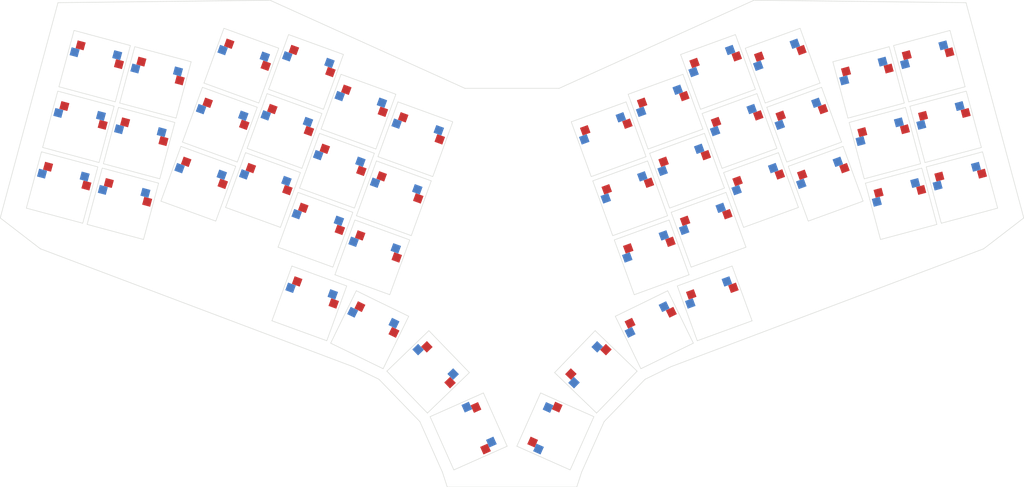
<source format=kicad_pcb>

            
(kicad_pcb (version 20171130) (host pcbnew 5.1.6)

  (page A3)
  (title_block
    (title split-40)
    (rev v1.0.0)
    (company Unknown)
  )

  (general
    (thickness 1.6)
  )

  (layers
    (0 F.Cu signal)
    (31 B.Cu signal)
    (32 B.Adhes user)
    (33 F.Adhes user)
    (34 B.Paste user)
    (35 F.Paste user)
    (36 B.SilkS user)
    (37 F.SilkS user)
    (38 B.Mask user)
    (39 F.Mask user)
    (40 Dwgs.User user)
    (41 Cmts.User user)
    (42 Eco1.User user)
    (43 Eco2.User user)
    (44 Edge.Cuts user)
    (45 Margin user)
    (46 B.CrtYd user)
    (47 F.CrtYd user)
    (48 B.Fab user)
    (49 F.Fab user)
  )

  (setup
    (last_trace_width 0.25)
    (trace_clearance 0.2)
    (zone_clearance 0.508)
    (zone_45_only no)
    (trace_min 0.2)
    (via_size 0.8)
    (via_drill 0.4)
    (via_min_size 0.4)
    (via_min_drill 0.3)
    (uvia_size 0.3)
    (uvia_drill 0.1)
    (uvias_allowed no)
    (uvia_min_size 0.2)
    (uvia_min_drill 0.1)
    (edge_width 0.05)
    (segment_width 0.2)
    (pcb_text_width 0.3)
    (pcb_text_size 1.5 1.5)
    (mod_edge_width 0.12)
    (mod_text_size 1 1)
    (mod_text_width 0.15)
    (pad_size 1.524 1.524)
    (pad_drill 0.762)
    (pad_to_mask_clearance 0.05)
    (aux_axis_origin 0 0)
    (visible_elements FFFFFF7F)
    (pcbplotparams
      (layerselection 0x010fc_ffffffff)
      (usegerberextensions false)
      (usegerberattributes true)
      (usegerberadvancedattributes true)
      (creategerberjobfile true)
      (excludeedgelayer true)
      (linewidth 0.100000)
      (plotframeref false)
      (viasonmask false)
      (mode 1)
      (useauxorigin false)
      (hpglpennumber 1)
      (hpglpenspeed 20)
      (hpglpendiameter 15.000000)
      (psnegative false)
      (psa4output false)
      (plotreference true)
      (plotvalue true)
      (plotinvisibletext false)
      (padsonsilk false)
      (subtractmaskfromsilk false)
      (outputformat 1)
      (mirror false)
      (drillshape 1)
      (scaleselection 1)
      (outputdirectory ""))
  )

            (net 0 "")
(net 1 "GND")
            
  (net_class Default "This is the default net class."
    (clearance 0.2)
    (trace_width 0.25)
    (via_dia 0.8)
    (via_drill 0.4)
    (uvia_dia 0.3)
    (uvia_drill 0.1)
    (add_net "")
(add_net "GND")
  )

            
        
      (module MX (layer F.Cu) (tedit 5DD4F656)
      (at 0 0 -15)

      
      (fp_text reference "S1" (at 0 0) (layer F.SilkS) hide (effects (font (size 1.27 1.27) (thickness 0.15))))
      (fp_text value "" (at 0 0) (layer F.SilkS) hide (effects (font (size 1.27 1.27) (thickness 0.15))))

      
      (fp_line (start -7 -6) (end -7 -7) (layer Dwgs.User) (width 0.15))
      (fp_line (start -7 7) (end -6 7) (layer Dwgs.User) (width 0.15))
      (fp_line (start -6 -7) (end -7 -7) (layer Dwgs.User) (width 0.15))
      (fp_line (start -7 7) (end -7 6) (layer Dwgs.User) (width 0.15))
      (fp_line (start 7 6) (end 7 7) (layer Dwgs.User) (width 0.15))
      (fp_line (start 7 -7) (end 6 -7) (layer Dwgs.User) (width 0.15))
      (fp_line (start 6 7) (end 7 7) (layer Dwgs.User) (width 0.15))
      (fp_line (start 7 -7) (end 7 -6) (layer Dwgs.User) (width 0.15))
    
      
      (pad "" np_thru_hole circle (at 0 0) (size 3.9878 3.9878) (drill 3.9878) (layers *.Cu *.Mask))

      
      (pad "" np_thru_hole circle (at 5.08 0) (size 1.7018 1.7018) (drill 1.7018) (layers *.Cu *.Mask))
      (pad "" np_thru_hole circle (at -5.08 0) (size 1.7018 1.7018) (drill 1.7018) (layers *.Cu *.Mask))
      
        
      
      (fp_line (start -9.5 -9.5) (end 9.5 -9.5) (layer Dwgs.User) (width 0.15))
      (fp_line (start 9.5 -9.5) (end 9.5 9.5) (layer Dwgs.User) (width 0.15))
      (fp_line (start 9.5 9.5) (end -9.5 9.5) (layer Dwgs.User) (width 0.15))
      (fp_line (start -9.5 9.5) (end -9.5 -9.5) (layer Dwgs.User) (width 0.15))
      
        
        
        (pad "" np_thru_hole circle (at 2.54 -5.08) (size 3 3) (drill 3) (layers *.Cu *.Mask))
        (pad "" np_thru_hole circle (at -3.81 -2.54) (size 3 3) (drill 3) (layers *.Cu *.Mask))
        
        
        (pad 1 smd rect (at -7.085 -2.54 -15) (size 2.55 2.5) (layers B.Cu B.Paste B.Mask) (net 1 "GND"))
        (pad 2 smd rect (at 5.842 -5.08 -15) (size 2.55 2.5) (layers B.Cu B.Paste B.Mask) (net 0 ""))
        
        
        
        (pad "" np_thru_hole circle (at -2.54 -5.08) (size 3 3) (drill 3) (layers *.Cu *.Mask))
        (pad "" np_thru_hole circle (at 3.81 -2.54) (size 3 3) (drill 3) (layers *.Cu *.Mask))
        
        
        (pad 1 smd rect (at 7.085 -2.54 -15) (size 2.55 2.5) (layers F.Cu F.Paste F.Mask) (net 1 "GND"))
        (pad 2 smd rect (at -5.842 -5.08 -15) (size 2.55 2.5) (layers F.Cu F.Paste F.Mask) (net 0 ""))
        )
        

        
      (module MX (layer F.Cu) (tedit 5DD4F656)
      (at 5.0210895 -18.738961 -15)

      
      (fp_text reference "S2" (at 0 0) (layer F.SilkS) hide (effects (font (size 1.27 1.27) (thickness 0.15))))
      (fp_text value "" (at 0 0) (layer F.SilkS) hide (effects (font (size 1.27 1.27) (thickness 0.15))))

      
      (fp_line (start -7 -6) (end -7 -7) (layer Dwgs.User) (width 0.15))
      (fp_line (start -7 7) (end -6 7) (layer Dwgs.User) (width 0.15))
      (fp_line (start -6 -7) (end -7 -7) (layer Dwgs.User) (width 0.15))
      (fp_line (start -7 7) (end -7 6) (layer Dwgs.User) (width 0.15))
      (fp_line (start 7 6) (end 7 7) (layer Dwgs.User) (width 0.15))
      (fp_line (start 7 -7) (end 6 -7) (layer Dwgs.User) (width 0.15))
      (fp_line (start 6 7) (end 7 7) (layer Dwgs.User) (width 0.15))
      (fp_line (start 7 -7) (end 7 -6) (layer Dwgs.User) (width 0.15))
    
      
      (pad "" np_thru_hole circle (at 0 0) (size 3.9878 3.9878) (drill 3.9878) (layers *.Cu *.Mask))

      
      (pad "" np_thru_hole circle (at 5.08 0) (size 1.7018 1.7018) (drill 1.7018) (layers *.Cu *.Mask))
      (pad "" np_thru_hole circle (at -5.08 0) (size 1.7018 1.7018) (drill 1.7018) (layers *.Cu *.Mask))
      
        
      
      (fp_line (start -9.5 -9.5) (end 9.5 -9.5) (layer Dwgs.User) (width 0.15))
      (fp_line (start 9.5 -9.5) (end 9.5 9.5) (layer Dwgs.User) (width 0.15))
      (fp_line (start 9.5 9.5) (end -9.5 9.5) (layer Dwgs.User) (width 0.15))
      (fp_line (start -9.5 9.5) (end -9.5 -9.5) (layer Dwgs.User) (width 0.15))
      
        
        
        (pad "" np_thru_hole circle (at 2.54 -5.08) (size 3 3) (drill 3) (layers *.Cu *.Mask))
        (pad "" np_thru_hole circle (at -3.81 -2.54) (size 3 3) (drill 3) (layers *.Cu *.Mask))
        
        
        (pad 1 smd rect (at -7.085 -2.54 -15) (size 2.55 2.5) (layers B.Cu B.Paste B.Mask) (net 1 "GND"))
        (pad 2 smd rect (at 5.842 -5.08 -15) (size 2.55 2.5) (layers B.Cu B.Paste B.Mask) (net 0 ""))
        
        
        
        (pad "" np_thru_hole circle (at -2.54 -5.08) (size 3 3) (drill 3) (layers *.Cu *.Mask))
        (pad "" np_thru_hole circle (at 3.81 -2.54) (size 3 3) (drill 3) (layers *.Cu *.Mask))
        
        
        (pad 1 smd rect (at 7.085 -2.54 -15) (size 2.55 2.5) (layers F.Cu F.Paste F.Mask) (net 1 "GND"))
        (pad 2 smd rect (at -5.842 -5.08 -15) (size 2.55 2.5) (layers F.Cu F.Paste F.Mask) (net 0 ""))
        )
        

        
      (module MX (layer F.Cu) (tedit 5DD4F656)
      (at 10.0421789 -37.477922 -15)

      
      (fp_text reference "S3" (at 0 0) (layer F.SilkS) hide (effects (font (size 1.27 1.27) (thickness 0.15))))
      (fp_text value "" (at 0 0) (layer F.SilkS) hide (effects (font (size 1.27 1.27) (thickness 0.15))))

      
      (fp_line (start -7 -6) (end -7 -7) (layer Dwgs.User) (width 0.15))
      (fp_line (start -7 7) (end -6 7) (layer Dwgs.User) (width 0.15))
      (fp_line (start -6 -7) (end -7 -7) (layer Dwgs.User) (width 0.15))
      (fp_line (start -7 7) (end -7 6) (layer Dwgs.User) (width 0.15))
      (fp_line (start 7 6) (end 7 7) (layer Dwgs.User) (width 0.15))
      (fp_line (start 7 -7) (end 6 -7) (layer Dwgs.User) (width 0.15))
      (fp_line (start 6 7) (end 7 7) (layer Dwgs.User) (width 0.15))
      (fp_line (start 7 -7) (end 7 -6) (layer Dwgs.User) (width 0.15))
    
      
      (pad "" np_thru_hole circle (at 0 0) (size 3.9878 3.9878) (drill 3.9878) (layers *.Cu *.Mask))

      
      (pad "" np_thru_hole circle (at 5.08 0) (size 1.7018 1.7018) (drill 1.7018) (layers *.Cu *.Mask))
      (pad "" np_thru_hole circle (at -5.08 0) (size 1.7018 1.7018) (drill 1.7018) (layers *.Cu *.Mask))
      
        
      
      (fp_line (start -9.5 -9.5) (end 9.5 -9.5) (layer Dwgs.User) (width 0.15))
      (fp_line (start 9.5 -9.5) (end 9.5 9.5) (layer Dwgs.User) (width 0.15))
      (fp_line (start 9.5 9.5) (end -9.5 9.5) (layer Dwgs.User) (width 0.15))
      (fp_line (start -9.5 9.5) (end -9.5 -9.5) (layer Dwgs.User) (width 0.15))
      
        
        
        (pad "" np_thru_hole circle (at 2.54 -5.08) (size 3 3) (drill 3) (layers *.Cu *.Mask))
        (pad "" np_thru_hole circle (at -3.81 -2.54) (size 3 3) (drill 3) (layers *.Cu *.Mask))
        
        
        (pad 1 smd rect (at -7.085 -2.54 -15) (size 2.55 2.5) (layers B.Cu B.Paste B.Mask) (net 1 "GND"))
        (pad 2 smd rect (at 5.842 -5.08 -15) (size 2.55 2.5) (layers B.Cu B.Paste B.Mask) (net 0 ""))
        
        
        
        (pad "" np_thru_hole circle (at -2.54 -5.08) (size 3 3) (drill 3) (layers *.Cu *.Mask))
        (pad "" np_thru_hole circle (at 3.81 -2.54) (size 3 3) (drill 3) (layers *.Cu *.Mask))
        
        
        (pad 1 smd rect (at 7.085 -2.54 -15) (size 2.55 2.5) (layers F.Cu F.Paste F.Mask) (net 1 "GND"))
        (pad 2 smd rect (at -5.842 -5.08 -15) (size 2.55 2.5) (layers F.Cu F.Paste F.Mask) (net 0 ""))
        )
        

        
      (module MX (layer F.Cu) (tedit 5DD4F656)
      (at 18.738961 5.0210895 -15)

      
      (fp_text reference "S4" (at 0 0) (layer F.SilkS) hide (effects (font (size 1.27 1.27) (thickness 0.15))))
      (fp_text value "" (at 0 0) (layer F.SilkS) hide (effects (font (size 1.27 1.27) (thickness 0.15))))

      
      (fp_line (start -7 -6) (end -7 -7) (layer Dwgs.User) (width 0.15))
      (fp_line (start -7 7) (end -6 7) (layer Dwgs.User) (width 0.15))
      (fp_line (start -6 -7) (end -7 -7) (layer Dwgs.User) (width 0.15))
      (fp_line (start -7 7) (end -7 6) (layer Dwgs.User) (width 0.15))
      (fp_line (start 7 6) (end 7 7) (layer Dwgs.User) (width 0.15))
      (fp_line (start 7 -7) (end 6 -7) (layer Dwgs.User) (width 0.15))
      (fp_line (start 6 7) (end 7 7) (layer Dwgs.User) (width 0.15))
      (fp_line (start 7 -7) (end 7 -6) (layer Dwgs.User) (width 0.15))
    
      
      (pad "" np_thru_hole circle (at 0 0) (size 3.9878 3.9878) (drill 3.9878) (layers *.Cu *.Mask))

      
      (pad "" np_thru_hole circle (at 5.08 0) (size 1.7018 1.7018) (drill 1.7018) (layers *.Cu *.Mask))
      (pad "" np_thru_hole circle (at -5.08 0) (size 1.7018 1.7018) (drill 1.7018) (layers *.Cu *.Mask))
      
        
      
      (fp_line (start -9.5 -9.5) (end 9.5 -9.5) (layer Dwgs.User) (width 0.15))
      (fp_line (start 9.5 -9.5) (end 9.5 9.5) (layer Dwgs.User) (width 0.15))
      (fp_line (start 9.5 9.5) (end -9.5 9.5) (layer Dwgs.User) (width 0.15))
      (fp_line (start -9.5 9.5) (end -9.5 -9.5) (layer Dwgs.User) (width 0.15))
      
        
        
        (pad "" np_thru_hole circle (at 2.54 -5.08) (size 3 3) (drill 3) (layers *.Cu *.Mask))
        (pad "" np_thru_hole circle (at -3.81 -2.54) (size 3 3) (drill 3) (layers *.Cu *.Mask))
        
        
        (pad 1 smd rect (at -7.085 -2.54 -15) (size 2.55 2.5) (layers B.Cu B.Paste B.Mask) (net 1 "GND"))
        (pad 2 smd rect (at 5.842 -5.08 -15) (size 2.55 2.5) (layers B.Cu B.Paste B.Mask) (net 0 ""))
        
        
        
        (pad "" np_thru_hole circle (at -2.54 -5.08) (size 3 3) (drill 3) (layers *.Cu *.Mask))
        (pad "" np_thru_hole circle (at 3.81 -2.54) (size 3 3) (drill 3) (layers *.Cu *.Mask))
        
        
        (pad 1 smd rect (at 7.085 -2.54 -15) (size 2.55 2.5) (layers F.Cu F.Paste F.Mask) (net 1 "GND"))
        (pad 2 smd rect (at -5.842 -5.08 -15) (size 2.55 2.5) (layers F.Cu F.Paste F.Mask) (net 0 ""))
        )
        

        
      (module MX (layer F.Cu) (tedit 5DD4F656)
      (at 23.7600505 -13.7178715 -15)

      
      (fp_text reference "S5" (at 0 0) (layer F.SilkS) hide (effects (font (size 1.27 1.27) (thickness 0.15))))
      (fp_text value "" (at 0 0) (layer F.SilkS) hide (effects (font (size 1.27 1.27) (thickness 0.15))))

      
      (fp_line (start -7 -6) (end -7 -7) (layer Dwgs.User) (width 0.15))
      (fp_line (start -7 7) (end -6 7) (layer Dwgs.User) (width 0.15))
      (fp_line (start -6 -7) (end -7 -7) (layer Dwgs.User) (width 0.15))
      (fp_line (start -7 7) (end -7 6) (layer Dwgs.User) (width 0.15))
      (fp_line (start 7 6) (end 7 7) (layer Dwgs.User) (width 0.15))
      (fp_line (start 7 -7) (end 6 -7) (layer Dwgs.User) (width 0.15))
      (fp_line (start 6 7) (end 7 7) (layer Dwgs.User) (width 0.15))
      (fp_line (start 7 -7) (end 7 -6) (layer Dwgs.User) (width 0.15))
    
      
      (pad "" np_thru_hole circle (at 0 0) (size 3.9878 3.9878) (drill 3.9878) (layers *.Cu *.Mask))

      
      (pad "" np_thru_hole circle (at 5.08 0) (size 1.7018 1.7018) (drill 1.7018) (layers *.Cu *.Mask))
      (pad "" np_thru_hole circle (at -5.08 0) (size 1.7018 1.7018) (drill 1.7018) (layers *.Cu *.Mask))
      
        
      
      (fp_line (start -9.5 -9.5) (end 9.5 -9.5) (layer Dwgs.User) (width 0.15))
      (fp_line (start 9.5 -9.5) (end 9.5 9.5) (layer Dwgs.User) (width 0.15))
      (fp_line (start 9.5 9.5) (end -9.5 9.5) (layer Dwgs.User) (width 0.15))
      (fp_line (start -9.5 9.5) (end -9.5 -9.5) (layer Dwgs.User) (width 0.15))
      
        
        
        (pad "" np_thru_hole circle (at 2.54 -5.08) (size 3 3) (drill 3) (layers *.Cu *.Mask))
        (pad "" np_thru_hole circle (at -3.81 -2.54) (size 3 3) (drill 3) (layers *.Cu *.Mask))
        
        
        (pad 1 smd rect (at -7.085 -2.54 -15) (size 2.55 2.5) (layers B.Cu B.Paste B.Mask) (net 1 "GND"))
        (pad 2 smd rect (at 5.842 -5.08 -15) (size 2.55 2.5) (layers B.Cu B.Paste B.Mask) (net 0 ""))
        
        
        
        (pad "" np_thru_hole circle (at -2.54 -5.08) (size 3 3) (drill 3) (layers *.Cu *.Mask))
        (pad "" np_thru_hole circle (at 3.81 -2.54) (size 3 3) (drill 3) (layers *.Cu *.Mask))
        
        
        (pad 1 smd rect (at 7.085 -2.54 -15) (size 2.55 2.5) (layers F.Cu F.Paste F.Mask) (net 1 "GND"))
        (pad 2 smd rect (at -5.842 -5.08 -15) (size 2.55 2.5) (layers F.Cu F.Paste F.Mask) (net 0 ""))
        )
        

        
      (module MX (layer F.Cu) (tedit 5DD4F656)
      (at 28.7811399 -32.4568325 -15)

      
      (fp_text reference "S6" (at 0 0) (layer F.SilkS) hide (effects (font (size 1.27 1.27) (thickness 0.15))))
      (fp_text value "" (at 0 0) (layer F.SilkS) hide (effects (font (size 1.27 1.27) (thickness 0.15))))

      
      (fp_line (start -7 -6) (end -7 -7) (layer Dwgs.User) (width 0.15))
      (fp_line (start -7 7) (end -6 7) (layer Dwgs.User) (width 0.15))
      (fp_line (start -6 -7) (end -7 -7) (layer Dwgs.User) (width 0.15))
      (fp_line (start -7 7) (end -7 6) (layer Dwgs.User) (width 0.15))
      (fp_line (start 7 6) (end 7 7) (layer Dwgs.User) (width 0.15))
      (fp_line (start 7 -7) (end 6 -7) (layer Dwgs.User) (width 0.15))
      (fp_line (start 6 7) (end 7 7) (layer Dwgs.User) (width 0.15))
      (fp_line (start 7 -7) (end 7 -6) (layer Dwgs.User) (width 0.15))
    
      
      (pad "" np_thru_hole circle (at 0 0) (size 3.9878 3.9878) (drill 3.9878) (layers *.Cu *.Mask))

      
      (pad "" np_thru_hole circle (at 5.08 0) (size 1.7018 1.7018) (drill 1.7018) (layers *.Cu *.Mask))
      (pad "" np_thru_hole circle (at -5.08 0) (size 1.7018 1.7018) (drill 1.7018) (layers *.Cu *.Mask))
      
        
      
      (fp_line (start -9.5 -9.5) (end 9.5 -9.5) (layer Dwgs.User) (width 0.15))
      (fp_line (start 9.5 -9.5) (end 9.5 9.5) (layer Dwgs.User) (width 0.15))
      (fp_line (start 9.5 9.5) (end -9.5 9.5) (layer Dwgs.User) (width 0.15))
      (fp_line (start -9.5 9.5) (end -9.5 -9.5) (layer Dwgs.User) (width 0.15))
      
        
        
        (pad "" np_thru_hole circle (at 2.54 -5.08) (size 3 3) (drill 3) (layers *.Cu *.Mask))
        (pad "" np_thru_hole circle (at -3.81 -2.54) (size 3 3) (drill 3) (layers *.Cu *.Mask))
        
        
        (pad 1 smd rect (at -7.085 -2.54 -15) (size 2.55 2.5) (layers B.Cu B.Paste B.Mask) (net 1 "GND"))
        (pad 2 smd rect (at 5.842 -5.08 -15) (size 2.55 2.5) (layers B.Cu B.Paste B.Mask) (net 0 ""))
        
        
        
        (pad "" np_thru_hole circle (at -2.54 -5.08) (size 3 3) (drill 3) (layers *.Cu *.Mask))
        (pad "" np_thru_hole circle (at 3.81 -2.54) (size 3 3) (drill 3) (layers *.Cu *.Mask))
        
        
        (pad 1 smd rect (at 7.085 -2.54 -15) (size 2.55 2.5) (layers F.Cu F.Paste F.Mask) (net 1 "GND"))
        (pad 2 smd rect (at -5.842 -5.08 -15) (size 2.55 2.5) (layers F.Cu F.Paste F.Mask) (net 0 ""))
        )
        

        
      (module MX (layer F.Cu) (tedit 5DD4F656)
      (at 42.0193534 -1.1701539 -20)

      
      (fp_text reference "S7" (at 0 0) (layer F.SilkS) hide (effects (font (size 1.27 1.27) (thickness 0.15))))
      (fp_text value "" (at 0 0) (layer F.SilkS) hide (effects (font (size 1.27 1.27) (thickness 0.15))))

      
      (fp_line (start -7 -6) (end -7 -7) (layer Dwgs.User) (width 0.15))
      (fp_line (start -7 7) (end -6 7) (layer Dwgs.User) (width 0.15))
      (fp_line (start -6 -7) (end -7 -7) (layer Dwgs.User) (width 0.15))
      (fp_line (start -7 7) (end -7 6) (layer Dwgs.User) (width 0.15))
      (fp_line (start 7 6) (end 7 7) (layer Dwgs.User) (width 0.15))
      (fp_line (start 7 -7) (end 6 -7) (layer Dwgs.User) (width 0.15))
      (fp_line (start 6 7) (end 7 7) (layer Dwgs.User) (width 0.15))
      (fp_line (start 7 -7) (end 7 -6) (layer Dwgs.User) (width 0.15))
    
      
      (pad "" np_thru_hole circle (at 0 0) (size 3.9878 3.9878) (drill 3.9878) (layers *.Cu *.Mask))

      
      (pad "" np_thru_hole circle (at 5.08 0) (size 1.7018 1.7018) (drill 1.7018) (layers *.Cu *.Mask))
      (pad "" np_thru_hole circle (at -5.08 0) (size 1.7018 1.7018) (drill 1.7018) (layers *.Cu *.Mask))
      
        
      
      (fp_line (start -9.5 -9.5) (end 9.5 -9.5) (layer Dwgs.User) (width 0.15))
      (fp_line (start 9.5 -9.5) (end 9.5 9.5) (layer Dwgs.User) (width 0.15))
      (fp_line (start 9.5 9.5) (end -9.5 9.5) (layer Dwgs.User) (width 0.15))
      (fp_line (start -9.5 9.5) (end -9.5 -9.5) (layer Dwgs.User) (width 0.15))
      
        
        
        (pad "" np_thru_hole circle (at 2.54 -5.08) (size 3 3) (drill 3) (layers *.Cu *.Mask))
        (pad "" np_thru_hole circle (at -3.81 -2.54) (size 3 3) (drill 3) (layers *.Cu *.Mask))
        
        
        (pad 1 smd rect (at -7.085 -2.54 -20) (size 2.55 2.5) (layers B.Cu B.Paste B.Mask) (net 1 "GND"))
        (pad 2 smd rect (at 5.842 -5.08 -20) (size 2.55 2.5) (layers B.Cu B.Paste B.Mask) (net 0 ""))
        
        
        
        (pad "" np_thru_hole circle (at -2.54 -5.08) (size 3 3) (drill 3) (layers *.Cu *.Mask))
        (pad "" np_thru_hole circle (at 3.81 -2.54) (size 3 3) (drill 3) (layers *.Cu *.Mask))
        
        
        (pad 1 smd rect (at 7.085 -2.54 -20) (size 2.55 2.5) (layers F.Cu F.Paste F.Mask) (net 1 "GND"))
        (pad 2 smd rect (at -5.842 -5.08 -20) (size 2.55 2.5) (layers F.Cu F.Paste F.Mask) (net 0 ""))
        )
        

        
      (module MX (layer F.Cu) (tedit 5DD4F656)
      (at 48.6545442 -19.4001908 -20)

      
      (fp_text reference "S8" (at 0 0) (layer F.SilkS) hide (effects (font (size 1.27 1.27) (thickness 0.15))))
      (fp_text value "" (at 0 0) (layer F.SilkS) hide (effects (font (size 1.27 1.27) (thickness 0.15))))

      
      (fp_line (start -7 -6) (end -7 -7) (layer Dwgs.User) (width 0.15))
      (fp_line (start -7 7) (end -6 7) (layer Dwgs.User) (width 0.15))
      (fp_line (start -6 -7) (end -7 -7) (layer Dwgs.User) (width 0.15))
      (fp_line (start -7 7) (end -7 6) (layer Dwgs.User) (width 0.15))
      (fp_line (start 7 6) (end 7 7) (layer Dwgs.User) (width 0.15))
      (fp_line (start 7 -7) (end 6 -7) (layer Dwgs.User) (width 0.15))
      (fp_line (start 6 7) (end 7 7) (layer Dwgs.User) (width 0.15))
      (fp_line (start 7 -7) (end 7 -6) (layer Dwgs.User) (width 0.15))
    
      
      (pad "" np_thru_hole circle (at 0 0) (size 3.9878 3.9878) (drill 3.9878) (layers *.Cu *.Mask))

      
      (pad "" np_thru_hole circle (at 5.08 0) (size 1.7018 1.7018) (drill 1.7018) (layers *.Cu *.Mask))
      (pad "" np_thru_hole circle (at -5.08 0) (size 1.7018 1.7018) (drill 1.7018) (layers *.Cu *.Mask))
      
        
      
      (fp_line (start -9.5 -9.5) (end 9.5 -9.5) (layer Dwgs.User) (width 0.15))
      (fp_line (start 9.5 -9.5) (end 9.5 9.5) (layer Dwgs.User) (width 0.15))
      (fp_line (start 9.5 9.5) (end -9.5 9.5) (layer Dwgs.User) (width 0.15))
      (fp_line (start -9.5 9.5) (end -9.5 -9.5) (layer Dwgs.User) (width 0.15))
      
        
        
        (pad "" np_thru_hole circle (at 2.54 -5.08) (size 3 3) (drill 3) (layers *.Cu *.Mask))
        (pad "" np_thru_hole circle (at -3.81 -2.54) (size 3 3) (drill 3) (layers *.Cu *.Mask))
        
        
        (pad 1 smd rect (at -7.085 -2.54 -20) (size 2.55 2.5) (layers B.Cu B.Paste B.Mask) (net 1 "GND"))
        (pad 2 smd rect (at 5.842 -5.08 -20) (size 2.55 2.5) (layers B.Cu B.Paste B.Mask) (net 0 ""))
        
        
        
        (pad "" np_thru_hole circle (at -2.54 -5.08) (size 3 3) (drill 3) (layers *.Cu *.Mask))
        (pad "" np_thru_hole circle (at 3.81 -2.54) (size 3 3) (drill 3) (layers *.Cu *.Mask))
        
        
        (pad 1 smd rect (at 7.085 -2.54 -20) (size 2.55 2.5) (layers F.Cu F.Paste F.Mask) (net 1 "GND"))
        (pad 2 smd rect (at -5.842 -5.08 -20) (size 2.55 2.5) (layers F.Cu F.Paste F.Mask) (net 0 ""))
        )
        

        
      (module MX (layer F.Cu) (tedit 5DD4F656)
      (at 55.289735 -37.6302276 -20)

      
      (fp_text reference "S9" (at 0 0) (layer F.SilkS) hide (effects (font (size 1.27 1.27) (thickness 0.15))))
      (fp_text value "" (at 0 0) (layer F.SilkS) hide (effects (font (size 1.27 1.27) (thickness 0.15))))

      
      (fp_line (start -7 -6) (end -7 -7) (layer Dwgs.User) (width 0.15))
      (fp_line (start -7 7) (end -6 7) (layer Dwgs.User) (width 0.15))
      (fp_line (start -6 -7) (end -7 -7) (layer Dwgs.User) (width 0.15))
      (fp_line (start -7 7) (end -7 6) (layer Dwgs.User) (width 0.15))
      (fp_line (start 7 6) (end 7 7) (layer Dwgs.User) (width 0.15))
      (fp_line (start 7 -7) (end 6 -7) (layer Dwgs.User) (width 0.15))
      (fp_line (start 6 7) (end 7 7) (layer Dwgs.User) (width 0.15))
      (fp_line (start 7 -7) (end 7 -6) (layer Dwgs.User) (width 0.15))
    
      
      (pad "" np_thru_hole circle (at 0 0) (size 3.9878 3.9878) (drill 3.9878) (layers *.Cu *.Mask))

      
      (pad "" np_thru_hole circle (at 5.08 0) (size 1.7018 1.7018) (drill 1.7018) (layers *.Cu *.Mask))
      (pad "" np_thru_hole circle (at -5.08 0) (size 1.7018 1.7018) (drill 1.7018) (layers *.Cu *.Mask))
      
        
      
      (fp_line (start -9.5 -9.5) (end 9.5 -9.5) (layer Dwgs.User) (width 0.15))
      (fp_line (start 9.5 -9.5) (end 9.5 9.5) (layer Dwgs.User) (width 0.15))
      (fp_line (start 9.5 9.5) (end -9.5 9.5) (layer Dwgs.User) (width 0.15))
      (fp_line (start -9.5 9.5) (end -9.5 -9.5) (layer Dwgs.User) (width 0.15))
      
        
        
        (pad "" np_thru_hole circle (at 2.54 -5.08) (size 3 3) (drill 3) (layers *.Cu *.Mask))
        (pad "" np_thru_hole circle (at -3.81 -2.54) (size 3 3) (drill 3) (layers *.Cu *.Mask))
        
        
        (pad 1 smd rect (at -7.085 -2.54 -20) (size 2.55 2.5) (layers B.Cu B.Paste B.Mask) (net 1 "GND"))
        (pad 2 smd rect (at 5.842 -5.08 -20) (size 2.55 2.5) (layers B.Cu B.Paste B.Mask) (net 0 ""))
        
        
        
        (pad "" np_thru_hole circle (at -2.54 -5.08) (size 3 3) (drill 3) (layers *.Cu *.Mask))
        (pad "" np_thru_hole circle (at 3.81 -2.54) (size 3 3) (drill 3) (layers *.Cu *.Mask))
        
        
        (pad 1 smd rect (at 7.085 -2.54 -20) (size 2.55 2.5) (layers F.Cu F.Paste F.Mask) (net 1 "GND"))
        (pad 2 smd rect (at -5.842 -5.08 -20) (size 2.55 2.5) (layers F.Cu F.Paste F.Mask) (net 0 ""))
        )
        

        
      (module MX (layer F.Cu) (tedit 5DD4F656)
      (at 61.959491 0.7665737 -20)

      
      (fp_text reference "S10" (at 0 0) (layer F.SilkS) hide (effects (font (size 1.27 1.27) (thickness 0.15))))
      (fp_text value "" (at 0 0) (layer F.SilkS) hide (effects (font (size 1.27 1.27) (thickness 0.15))))

      
      (fp_line (start -7 -6) (end -7 -7) (layer Dwgs.User) (width 0.15))
      (fp_line (start -7 7) (end -6 7) (layer Dwgs.User) (width 0.15))
      (fp_line (start -6 -7) (end -7 -7) (layer Dwgs.User) (width 0.15))
      (fp_line (start -7 7) (end -7 6) (layer Dwgs.User) (width 0.15))
      (fp_line (start 7 6) (end 7 7) (layer Dwgs.User) (width 0.15))
      (fp_line (start 7 -7) (end 6 -7) (layer Dwgs.User) (width 0.15))
      (fp_line (start 6 7) (end 7 7) (layer Dwgs.User) (width 0.15))
      (fp_line (start 7 -7) (end 7 -6) (layer Dwgs.User) (width 0.15))
    
      
      (pad "" np_thru_hole circle (at 0 0) (size 3.9878 3.9878) (drill 3.9878) (layers *.Cu *.Mask))

      
      (pad "" np_thru_hole circle (at 5.08 0) (size 1.7018 1.7018) (drill 1.7018) (layers *.Cu *.Mask))
      (pad "" np_thru_hole circle (at -5.08 0) (size 1.7018 1.7018) (drill 1.7018) (layers *.Cu *.Mask))
      
        
      
      (fp_line (start -9.5 -9.5) (end 9.5 -9.5) (layer Dwgs.User) (width 0.15))
      (fp_line (start 9.5 -9.5) (end 9.5 9.5) (layer Dwgs.User) (width 0.15))
      (fp_line (start 9.5 9.5) (end -9.5 9.5) (layer Dwgs.User) (width 0.15))
      (fp_line (start -9.5 9.5) (end -9.5 -9.5) (layer Dwgs.User) (width 0.15))
      
        
        
        (pad "" np_thru_hole circle (at 2.54 -5.08) (size 3 3) (drill 3) (layers *.Cu *.Mask))
        (pad "" np_thru_hole circle (at -3.81 -2.54) (size 3 3) (drill 3) (layers *.Cu *.Mask))
        
        
        (pad 1 smd rect (at -7.085 -2.54 -20) (size 2.55 2.5) (layers B.Cu B.Paste B.Mask) (net 1 "GND"))
        (pad 2 smd rect (at 5.842 -5.08 -20) (size 2.55 2.5) (layers B.Cu B.Paste B.Mask) (net 0 ""))
        
        
        
        (pad "" np_thru_hole circle (at -2.54 -5.08) (size 3 3) (drill 3) (layers *.Cu *.Mask))
        (pad "" np_thru_hole circle (at 3.81 -2.54) (size 3 3) (drill 3) (layers *.Cu *.Mask))
        
        
        (pad 1 smd rect (at 7.085 -2.54 -20) (size 2.55 2.5) (layers F.Cu F.Paste F.Mask) (net 1 "GND"))
        (pad 2 smd rect (at -5.842 -5.08 -20) (size 2.55 2.5) (layers F.Cu F.Paste F.Mask) (net 0 ""))
        )
        

        
      (module MX (layer F.Cu) (tedit 5DD4F656)
      (at 68.5946817 -17.4634631 -20)

      
      (fp_text reference "S11" (at 0 0) (layer F.SilkS) hide (effects (font (size 1.27 1.27) (thickness 0.15))))
      (fp_text value "" (at 0 0) (layer F.SilkS) hide (effects (font (size 1.27 1.27) (thickness 0.15))))

      
      (fp_line (start -7 -6) (end -7 -7) (layer Dwgs.User) (width 0.15))
      (fp_line (start -7 7) (end -6 7) (layer Dwgs.User) (width 0.15))
      (fp_line (start -6 -7) (end -7 -7) (layer Dwgs.User) (width 0.15))
      (fp_line (start -7 7) (end -7 6) (layer Dwgs.User) (width 0.15))
      (fp_line (start 7 6) (end 7 7) (layer Dwgs.User) (width 0.15))
      (fp_line (start 7 -7) (end 6 -7) (layer Dwgs.User) (width 0.15))
      (fp_line (start 6 7) (end 7 7) (layer Dwgs.User) (width 0.15))
      (fp_line (start 7 -7) (end 7 -6) (layer Dwgs.User) (width 0.15))
    
      
      (pad "" np_thru_hole circle (at 0 0) (size 3.9878 3.9878) (drill 3.9878) (layers *.Cu *.Mask))

      
      (pad "" np_thru_hole circle (at 5.08 0) (size 1.7018 1.7018) (drill 1.7018) (layers *.Cu *.Mask))
      (pad "" np_thru_hole circle (at -5.08 0) (size 1.7018 1.7018) (drill 1.7018) (layers *.Cu *.Mask))
      
        
      
      (fp_line (start -9.5 -9.5) (end 9.5 -9.5) (layer Dwgs.User) (width 0.15))
      (fp_line (start 9.5 -9.5) (end 9.5 9.5) (layer Dwgs.User) (width 0.15))
      (fp_line (start 9.5 9.5) (end -9.5 9.5) (layer Dwgs.User) (width 0.15))
      (fp_line (start -9.5 9.5) (end -9.5 -9.5) (layer Dwgs.User) (width 0.15))
      
        
        
        (pad "" np_thru_hole circle (at 2.54 -5.08) (size 3 3) (drill 3) (layers *.Cu *.Mask))
        (pad "" np_thru_hole circle (at -3.81 -2.54) (size 3 3) (drill 3) (layers *.Cu *.Mask))
        
        
        (pad 1 smd rect (at -7.085 -2.54 -20) (size 2.55 2.5) (layers B.Cu B.Paste B.Mask) (net 1 "GND"))
        (pad 2 smd rect (at 5.842 -5.08 -20) (size 2.55 2.5) (layers B.Cu B.Paste B.Mask) (net 0 ""))
        
        
        
        (pad "" np_thru_hole circle (at -2.54 -5.08) (size 3 3) (drill 3) (layers *.Cu *.Mask))
        (pad "" np_thru_hole circle (at 3.81 -2.54) (size 3 3) (drill 3) (layers *.Cu *.Mask))
        
        
        (pad 1 smd rect (at 7.085 -2.54 -20) (size 2.55 2.5) (layers F.Cu F.Paste F.Mask) (net 1 "GND"))
        (pad 2 smd rect (at -5.842 -5.08 -20) (size 2.55 2.5) (layers F.Cu F.Paste F.Mask) (net 0 ""))
        )
        

        
      (module MX (layer F.Cu) (tedit 5DD4F656)
      (at 75.2298725 -35.6935 -20)

      
      (fp_text reference "S12" (at 0 0) (layer F.SilkS) hide (effects (font (size 1.27 1.27) (thickness 0.15))))
      (fp_text value "" (at 0 0) (layer F.SilkS) hide (effects (font (size 1.27 1.27) (thickness 0.15))))

      
      (fp_line (start -7 -6) (end -7 -7) (layer Dwgs.User) (width 0.15))
      (fp_line (start -7 7) (end -6 7) (layer Dwgs.User) (width 0.15))
      (fp_line (start -6 -7) (end -7 -7) (layer Dwgs.User) (width 0.15))
      (fp_line (start -7 7) (end -7 6) (layer Dwgs.User) (width 0.15))
      (fp_line (start 7 6) (end 7 7) (layer Dwgs.User) (width 0.15))
      (fp_line (start 7 -7) (end 6 -7) (layer Dwgs.User) (width 0.15))
      (fp_line (start 6 7) (end 7 7) (layer Dwgs.User) (width 0.15))
      (fp_line (start 7 -7) (end 7 -6) (layer Dwgs.User) (width 0.15))
    
      
      (pad "" np_thru_hole circle (at 0 0) (size 3.9878 3.9878) (drill 3.9878) (layers *.Cu *.Mask))

      
      (pad "" np_thru_hole circle (at 5.08 0) (size 1.7018 1.7018) (drill 1.7018) (layers *.Cu *.Mask))
      (pad "" np_thru_hole circle (at -5.08 0) (size 1.7018 1.7018) (drill 1.7018) (layers *.Cu *.Mask))
      
        
      
      (fp_line (start -9.5 -9.5) (end 9.5 -9.5) (layer Dwgs.User) (width 0.15))
      (fp_line (start 9.5 -9.5) (end 9.5 9.5) (layer Dwgs.User) (width 0.15))
      (fp_line (start 9.5 9.5) (end -9.5 9.5) (layer Dwgs.User) (width 0.15))
      (fp_line (start -9.5 9.5) (end -9.5 -9.5) (layer Dwgs.User) (width 0.15))
      
        
        
        (pad "" np_thru_hole circle (at 2.54 -5.08) (size 3 3) (drill 3) (layers *.Cu *.Mask))
        (pad "" np_thru_hole circle (at -3.81 -2.54) (size 3 3) (drill 3) (layers *.Cu *.Mask))
        
        
        (pad 1 smd rect (at -7.085 -2.54 -20) (size 2.55 2.5) (layers B.Cu B.Paste B.Mask) (net 1 "GND"))
        (pad 2 smd rect (at 5.842 -5.08 -20) (size 2.55 2.5) (layers B.Cu B.Paste B.Mask) (net 0 ""))
        
        
        
        (pad "" np_thru_hole circle (at -2.54 -5.08) (size 3 3) (drill 3) (layers *.Cu *.Mask))
        (pad "" np_thru_hole circle (at 3.81 -2.54) (size 3 3) (drill 3) (layers *.Cu *.Mask))
        
        
        (pad 1 smd rect (at 7.085 -2.54 -20) (size 2.55 2.5) (layers F.Cu F.Paste F.Mask) (net 1 "GND"))
        (pad 2 smd rect (at -5.842 -5.08 -20) (size 2.55 2.5) (layers F.Cu F.Paste F.Mask) (net 0 ""))
        )
        

        
      (module MX (layer F.Cu) (tedit 5DD4F656)
      (at 78.1374069 13.0399202 -20)

      
      (fp_text reference "S13" (at 0 0) (layer F.SilkS) hide (effects (font (size 1.27 1.27) (thickness 0.15))))
      (fp_text value "" (at 0 0) (layer F.SilkS) hide (effects (font (size 1.27 1.27) (thickness 0.15))))

      
      (fp_line (start -7 -6) (end -7 -7) (layer Dwgs.User) (width 0.15))
      (fp_line (start -7 7) (end -6 7) (layer Dwgs.User) (width 0.15))
      (fp_line (start -6 -7) (end -7 -7) (layer Dwgs.User) (width 0.15))
      (fp_line (start -7 7) (end -7 6) (layer Dwgs.User) (width 0.15))
      (fp_line (start 7 6) (end 7 7) (layer Dwgs.User) (width 0.15))
      (fp_line (start 7 -7) (end 6 -7) (layer Dwgs.User) (width 0.15))
      (fp_line (start 6 7) (end 7 7) (layer Dwgs.User) (width 0.15))
      (fp_line (start 7 -7) (end 7 -6) (layer Dwgs.User) (width 0.15))
    
      
      (pad "" np_thru_hole circle (at 0 0) (size 3.9878 3.9878) (drill 3.9878) (layers *.Cu *.Mask))

      
      (pad "" np_thru_hole circle (at 5.08 0) (size 1.7018 1.7018) (drill 1.7018) (layers *.Cu *.Mask))
      (pad "" np_thru_hole circle (at -5.08 0) (size 1.7018 1.7018) (drill 1.7018) (layers *.Cu *.Mask))
      
        
      
      (fp_line (start -9.5 -9.5) (end 9.5 -9.5) (layer Dwgs.User) (width 0.15))
      (fp_line (start 9.5 -9.5) (end 9.5 9.5) (layer Dwgs.User) (width 0.15))
      (fp_line (start 9.5 9.5) (end -9.5 9.5) (layer Dwgs.User) (width 0.15))
      (fp_line (start -9.5 9.5) (end -9.5 -9.5) (layer Dwgs.User) (width 0.15))
      
        
        
        (pad "" np_thru_hole circle (at 2.54 -5.08) (size 3 3) (drill 3) (layers *.Cu *.Mask))
        (pad "" np_thru_hole circle (at -3.81 -2.54) (size 3 3) (drill 3) (layers *.Cu *.Mask))
        
        
        (pad 1 smd rect (at -7.085 -2.54 -20) (size 2.55 2.5) (layers B.Cu B.Paste B.Mask) (net 1 "GND"))
        (pad 2 smd rect (at 5.842 -5.08 -20) (size 2.55 2.5) (layers B.Cu B.Paste B.Mask) (net 0 ""))
        
        
        
        (pad "" np_thru_hole circle (at -2.54 -5.08) (size 3 3) (drill 3) (layers *.Cu *.Mask))
        (pad "" np_thru_hole circle (at 3.81 -2.54) (size 3 3) (drill 3) (layers *.Cu *.Mask))
        
        
        (pad 1 smd rect (at 7.085 -2.54 -20) (size 2.55 2.5) (layers F.Cu F.Paste F.Mask) (net 1 "GND"))
        (pad 2 smd rect (at -5.842 -5.08 -20) (size 2.55 2.5) (layers F.Cu F.Paste F.Mask) (net 0 ""))
        )
        

        
      (module MX (layer F.Cu) (tedit 5DD4F656)
      (at 84.7725977 -5.1901166 -20)

      
      (fp_text reference "S14" (at 0 0) (layer F.SilkS) hide (effects (font (size 1.27 1.27) (thickness 0.15))))
      (fp_text value "" (at 0 0) (layer F.SilkS) hide (effects (font (size 1.27 1.27) (thickness 0.15))))

      
      (fp_line (start -7 -6) (end -7 -7) (layer Dwgs.User) (width 0.15))
      (fp_line (start -7 7) (end -6 7) (layer Dwgs.User) (width 0.15))
      (fp_line (start -6 -7) (end -7 -7) (layer Dwgs.User) (width 0.15))
      (fp_line (start -7 7) (end -7 6) (layer Dwgs.User) (width 0.15))
      (fp_line (start 7 6) (end 7 7) (layer Dwgs.User) (width 0.15))
      (fp_line (start 7 -7) (end 6 -7) (layer Dwgs.User) (width 0.15))
      (fp_line (start 6 7) (end 7 7) (layer Dwgs.User) (width 0.15))
      (fp_line (start 7 -7) (end 7 -6) (layer Dwgs.User) (width 0.15))
    
      
      (pad "" np_thru_hole circle (at 0 0) (size 3.9878 3.9878) (drill 3.9878) (layers *.Cu *.Mask))

      
      (pad "" np_thru_hole circle (at 5.08 0) (size 1.7018 1.7018) (drill 1.7018) (layers *.Cu *.Mask))
      (pad "" np_thru_hole circle (at -5.08 0) (size 1.7018 1.7018) (drill 1.7018) (layers *.Cu *.Mask))
      
        
      
      (fp_line (start -9.5 -9.5) (end 9.5 -9.5) (layer Dwgs.User) (width 0.15))
      (fp_line (start 9.5 -9.5) (end 9.5 9.5) (layer Dwgs.User) (width 0.15))
      (fp_line (start 9.5 9.5) (end -9.5 9.5) (layer Dwgs.User) (width 0.15))
      (fp_line (start -9.5 9.5) (end -9.5 -9.5) (layer Dwgs.User) (width 0.15))
      
        
        
        (pad "" np_thru_hole circle (at 2.54 -5.08) (size 3 3) (drill 3) (layers *.Cu *.Mask))
        (pad "" np_thru_hole circle (at -3.81 -2.54) (size 3 3) (drill 3) (layers *.Cu *.Mask))
        
        
        (pad 1 smd rect (at -7.085 -2.54 -20) (size 2.55 2.5) (layers B.Cu B.Paste B.Mask) (net 1 "GND"))
        (pad 2 smd rect (at 5.842 -5.08 -20) (size 2.55 2.5) (layers B.Cu B.Paste B.Mask) (net 0 ""))
        
        
        
        (pad "" np_thru_hole circle (at -2.54 -5.08) (size 3 3) (drill 3) (layers *.Cu *.Mask))
        (pad "" np_thru_hole circle (at 3.81 -2.54) (size 3 3) (drill 3) (layers *.Cu *.Mask))
        
        
        (pad 1 smd rect (at 7.085 -2.54 -20) (size 2.55 2.5) (layers F.Cu F.Paste F.Mask) (net 1 "GND"))
        (pad 2 smd rect (at -5.842 -5.08 -20) (size 2.55 2.5) (layers F.Cu F.Paste F.Mask) (net 0 ""))
        )
        

        
      (module MX (layer F.Cu) (tedit 5DD4F656)
      (at 91.4077885 -23.4201535 -20)

      
      (fp_text reference "S15" (at 0 0) (layer F.SilkS) hide (effects (font (size 1.27 1.27) (thickness 0.15))))
      (fp_text value "" (at 0 0) (layer F.SilkS) hide (effects (font (size 1.27 1.27) (thickness 0.15))))

      
      (fp_line (start -7 -6) (end -7 -7) (layer Dwgs.User) (width 0.15))
      (fp_line (start -7 7) (end -6 7) (layer Dwgs.User) (width 0.15))
      (fp_line (start -6 -7) (end -7 -7) (layer Dwgs.User) (width 0.15))
      (fp_line (start -7 7) (end -7 6) (layer Dwgs.User) (width 0.15))
      (fp_line (start 7 6) (end 7 7) (layer Dwgs.User) (width 0.15))
      (fp_line (start 7 -7) (end 6 -7) (layer Dwgs.User) (width 0.15))
      (fp_line (start 6 7) (end 7 7) (layer Dwgs.User) (width 0.15))
      (fp_line (start 7 -7) (end 7 -6) (layer Dwgs.User) (width 0.15))
    
      
      (pad "" np_thru_hole circle (at 0 0) (size 3.9878 3.9878) (drill 3.9878) (layers *.Cu *.Mask))

      
      (pad "" np_thru_hole circle (at 5.08 0) (size 1.7018 1.7018) (drill 1.7018) (layers *.Cu *.Mask))
      (pad "" np_thru_hole circle (at -5.08 0) (size 1.7018 1.7018) (drill 1.7018) (layers *.Cu *.Mask))
      
        
      
      (fp_line (start -9.5 -9.5) (end 9.5 -9.5) (layer Dwgs.User) (width 0.15))
      (fp_line (start 9.5 -9.5) (end 9.5 9.5) (layer Dwgs.User) (width 0.15))
      (fp_line (start 9.5 9.5) (end -9.5 9.5) (layer Dwgs.User) (width 0.15))
      (fp_line (start -9.5 9.5) (end -9.5 -9.5) (layer Dwgs.User) (width 0.15))
      
        
        
        (pad "" np_thru_hole circle (at 2.54 -5.08) (size 3 3) (drill 3) (layers *.Cu *.Mask))
        (pad "" np_thru_hole circle (at -3.81 -2.54) (size 3 3) (drill 3) (layers *.Cu *.Mask))
        
        
        (pad 1 smd rect (at -7.085 -2.54 -20) (size 2.55 2.5) (layers B.Cu B.Paste B.Mask) (net 1 "GND"))
        (pad 2 smd rect (at 5.842 -5.08 -20) (size 2.55 2.5) (layers B.Cu B.Paste B.Mask) (net 0 ""))
        
        
        
        (pad "" np_thru_hole circle (at -2.54 -5.08) (size 3 3) (drill 3) (layers *.Cu *.Mask))
        (pad "" np_thru_hole circle (at 3.81 -2.54) (size 3 3) (drill 3) (layers *.Cu *.Mask))
        
        
        (pad 1 smd rect (at 7.085 -2.54 -20) (size 2.55 2.5) (layers F.Cu F.Paste F.Mask) (net 1 "GND"))
        (pad 2 smd rect (at -5.842 -5.08 -20) (size 2.55 2.5) (layers F.Cu F.Paste F.Mask) (net 0 ""))
        )
        

        
      (module MX (layer F.Cu) (tedit 5DD4F656)
      (at 95.6834035 21.5544963 -20)

      
      (fp_text reference "S16" (at 0 0) (layer F.SilkS) hide (effects (font (size 1.27 1.27) (thickness 0.15))))
      (fp_text value "" (at 0 0) (layer F.SilkS) hide (effects (font (size 1.27 1.27) (thickness 0.15))))

      
      (fp_line (start -7 -6) (end -7 -7) (layer Dwgs.User) (width 0.15))
      (fp_line (start -7 7) (end -6 7) (layer Dwgs.User) (width 0.15))
      (fp_line (start -6 -7) (end -7 -7) (layer Dwgs.User) (width 0.15))
      (fp_line (start -7 7) (end -7 6) (layer Dwgs.User) (width 0.15))
      (fp_line (start 7 6) (end 7 7) (layer Dwgs.User) (width 0.15))
      (fp_line (start 7 -7) (end 6 -7) (layer Dwgs.User) (width 0.15))
      (fp_line (start 6 7) (end 7 7) (layer Dwgs.User) (width 0.15))
      (fp_line (start 7 -7) (end 7 -6) (layer Dwgs.User) (width 0.15))
    
      
      (pad "" np_thru_hole circle (at 0 0) (size 3.9878 3.9878) (drill 3.9878) (layers *.Cu *.Mask))

      
      (pad "" np_thru_hole circle (at 5.08 0) (size 1.7018 1.7018) (drill 1.7018) (layers *.Cu *.Mask))
      (pad "" np_thru_hole circle (at -5.08 0) (size 1.7018 1.7018) (drill 1.7018) (layers *.Cu *.Mask))
      
        
      
      (fp_line (start -9.5 -9.5) (end 9.5 -9.5) (layer Dwgs.User) (width 0.15))
      (fp_line (start 9.5 -9.5) (end 9.5 9.5) (layer Dwgs.User) (width 0.15))
      (fp_line (start 9.5 9.5) (end -9.5 9.5) (layer Dwgs.User) (width 0.15))
      (fp_line (start -9.5 9.5) (end -9.5 -9.5) (layer Dwgs.User) (width 0.15))
      
        
        
        (pad "" np_thru_hole circle (at 2.54 -5.08) (size 3 3) (drill 3) (layers *.Cu *.Mask))
        (pad "" np_thru_hole circle (at -3.81 -2.54) (size 3 3) (drill 3) (layers *.Cu *.Mask))
        
        
        (pad 1 smd rect (at -7.085 -2.54 -20) (size 2.55 2.5) (layers B.Cu B.Paste B.Mask) (net 1 "GND"))
        (pad 2 smd rect (at 5.842 -5.08 -20) (size 2.55 2.5) (layers B.Cu B.Paste B.Mask) (net 0 ""))
        
        
        
        (pad "" np_thru_hole circle (at -2.54 -5.08) (size 3 3) (drill 3) (layers *.Cu *.Mask))
        (pad "" np_thru_hole circle (at 3.81 -2.54) (size 3 3) (drill 3) (layers *.Cu *.Mask))
        
        
        (pad 1 smd rect (at 7.085 -2.54 -20) (size 2.55 2.5) (layers F.Cu F.Paste F.Mask) (net 1 "GND"))
        (pad 2 smd rect (at -5.842 -5.08 -20) (size 2.55 2.5) (layers F.Cu F.Paste F.Mask) (net 0 ""))
        )
        

        
      (module MX (layer F.Cu) (tedit 5DD4F656)
      (at 102.3185943 3.3244594 -20)

      
      (fp_text reference "S17" (at 0 0) (layer F.SilkS) hide (effects (font (size 1.27 1.27) (thickness 0.15))))
      (fp_text value "" (at 0 0) (layer F.SilkS) hide (effects (font (size 1.27 1.27) (thickness 0.15))))

      
      (fp_line (start -7 -6) (end -7 -7) (layer Dwgs.User) (width 0.15))
      (fp_line (start -7 7) (end -6 7) (layer Dwgs.User) (width 0.15))
      (fp_line (start -6 -7) (end -7 -7) (layer Dwgs.User) (width 0.15))
      (fp_line (start -7 7) (end -7 6) (layer Dwgs.User) (width 0.15))
      (fp_line (start 7 6) (end 7 7) (layer Dwgs.User) (width 0.15))
      (fp_line (start 7 -7) (end 6 -7) (layer Dwgs.User) (width 0.15))
      (fp_line (start 6 7) (end 7 7) (layer Dwgs.User) (width 0.15))
      (fp_line (start 7 -7) (end 7 -6) (layer Dwgs.User) (width 0.15))
    
      
      (pad "" np_thru_hole circle (at 0 0) (size 3.9878 3.9878) (drill 3.9878) (layers *.Cu *.Mask))

      
      (pad "" np_thru_hole circle (at 5.08 0) (size 1.7018 1.7018) (drill 1.7018) (layers *.Cu *.Mask))
      (pad "" np_thru_hole circle (at -5.08 0) (size 1.7018 1.7018) (drill 1.7018) (layers *.Cu *.Mask))
      
        
      
      (fp_line (start -9.5 -9.5) (end 9.5 -9.5) (layer Dwgs.User) (width 0.15))
      (fp_line (start 9.5 -9.5) (end 9.5 9.5) (layer Dwgs.User) (width 0.15))
      (fp_line (start 9.5 9.5) (end -9.5 9.5) (layer Dwgs.User) (width 0.15))
      (fp_line (start -9.5 9.5) (end -9.5 -9.5) (layer Dwgs.User) (width 0.15))
      
        
        
        (pad "" np_thru_hole circle (at 2.54 -5.08) (size 3 3) (drill 3) (layers *.Cu *.Mask))
        (pad "" np_thru_hole circle (at -3.81 -2.54) (size 3 3) (drill 3) (layers *.Cu *.Mask))
        
        
        (pad 1 smd rect (at -7.085 -2.54 -20) (size 2.55 2.5) (layers B.Cu B.Paste B.Mask) (net 1 "GND"))
        (pad 2 smd rect (at 5.842 -5.08 -20) (size 2.55 2.5) (layers B.Cu B.Paste B.Mask) (net 0 ""))
        
        
        
        (pad "" np_thru_hole circle (at -2.54 -5.08) (size 3 3) (drill 3) (layers *.Cu *.Mask))
        (pad "" np_thru_hole circle (at 3.81 -2.54) (size 3 3) (drill 3) (layers *.Cu *.Mask))
        
        
        (pad 1 smd rect (at 7.085 -2.54 -20) (size 2.55 2.5) (layers F.Cu F.Paste F.Mask) (net 1 "GND"))
        (pad 2 smd rect (at -5.842 -5.08 -20) (size 2.55 2.5) (layers F.Cu F.Paste F.Mask) (net 0 ""))
        )
        

        
      (module MX (layer F.Cu) (tedit 5DD4F656)
      (at 108.9537851 -14.9055774 -20)

      
      (fp_text reference "S18" (at 0 0) (layer F.SilkS) hide (effects (font (size 1.27 1.27) (thickness 0.15))))
      (fp_text value "" (at 0 0) (layer F.SilkS) hide (effects (font (size 1.27 1.27) (thickness 0.15))))

      
      (fp_line (start -7 -6) (end -7 -7) (layer Dwgs.User) (width 0.15))
      (fp_line (start -7 7) (end -6 7) (layer Dwgs.User) (width 0.15))
      (fp_line (start -6 -7) (end -7 -7) (layer Dwgs.User) (width 0.15))
      (fp_line (start -7 7) (end -7 6) (layer Dwgs.User) (width 0.15))
      (fp_line (start 7 6) (end 7 7) (layer Dwgs.User) (width 0.15))
      (fp_line (start 7 -7) (end 6 -7) (layer Dwgs.User) (width 0.15))
      (fp_line (start 6 7) (end 7 7) (layer Dwgs.User) (width 0.15))
      (fp_line (start 7 -7) (end 7 -6) (layer Dwgs.User) (width 0.15))
    
      
      (pad "" np_thru_hole circle (at 0 0) (size 3.9878 3.9878) (drill 3.9878) (layers *.Cu *.Mask))

      
      (pad "" np_thru_hole circle (at 5.08 0) (size 1.7018 1.7018) (drill 1.7018) (layers *.Cu *.Mask))
      (pad "" np_thru_hole circle (at -5.08 0) (size 1.7018 1.7018) (drill 1.7018) (layers *.Cu *.Mask))
      
        
      
      (fp_line (start -9.5 -9.5) (end 9.5 -9.5) (layer Dwgs.User) (width 0.15))
      (fp_line (start 9.5 -9.5) (end 9.5 9.5) (layer Dwgs.User) (width 0.15))
      (fp_line (start 9.5 9.5) (end -9.5 9.5) (layer Dwgs.User) (width 0.15))
      (fp_line (start -9.5 9.5) (end -9.5 -9.5) (layer Dwgs.User) (width 0.15))
      
        
        
        (pad "" np_thru_hole circle (at 2.54 -5.08) (size 3 3) (drill 3) (layers *.Cu *.Mask))
        (pad "" np_thru_hole circle (at -3.81 -2.54) (size 3 3) (drill 3) (layers *.Cu *.Mask))
        
        
        (pad 1 smd rect (at -7.085 -2.54 -20) (size 2.55 2.5) (layers B.Cu B.Paste B.Mask) (net 1 "GND"))
        (pad 2 smd rect (at 5.842 -5.08 -20) (size 2.55 2.5) (layers B.Cu B.Paste B.Mask) (net 0 ""))
        
        
        
        (pad "" np_thru_hole circle (at -2.54 -5.08) (size 3 3) (drill 3) (layers *.Cu *.Mask))
        (pad "" np_thru_hole circle (at 3.81 -2.54) (size 3 3) (drill 3) (layers *.Cu *.Mask))
        
        
        (pad 1 smd rect (at 7.085 -2.54 -20) (size 2.55 2.5) (layers F.Cu F.Paste F.Mask) (net 1 "GND"))
        (pad 2 smd rect (at -5.842 -5.08 -20) (size 2.55 2.5) (layers F.Cu F.Paste F.Mask) (net 0 ""))
        )
        

        
      (module MX (layer F.Cu) (tedit 5DD4F656)
      (at 76.2511195 35.7652788 -20)

      
      (fp_text reference "S19" (at 0 0) (layer F.SilkS) hide (effects (font (size 1.27 1.27) (thickness 0.15))))
      (fp_text value "" (at 0 0) (layer F.SilkS) hide (effects (font (size 1.27 1.27) (thickness 0.15))))

      
      (fp_line (start -7 -6) (end -7 -7) (layer Dwgs.User) (width 0.15))
      (fp_line (start -7 7) (end -6 7) (layer Dwgs.User) (width 0.15))
      (fp_line (start -6 -7) (end -7 -7) (layer Dwgs.User) (width 0.15))
      (fp_line (start -7 7) (end -7 6) (layer Dwgs.User) (width 0.15))
      (fp_line (start 7 6) (end 7 7) (layer Dwgs.User) (width 0.15))
      (fp_line (start 7 -7) (end 6 -7) (layer Dwgs.User) (width 0.15))
      (fp_line (start 6 7) (end 7 7) (layer Dwgs.User) (width 0.15))
      (fp_line (start 7 -7) (end 7 -6) (layer Dwgs.User) (width 0.15))
    
      
      (pad "" np_thru_hole circle (at 0 0) (size 3.9878 3.9878) (drill 3.9878) (layers *.Cu *.Mask))

      
      (pad "" np_thru_hole circle (at 5.08 0) (size 1.7018 1.7018) (drill 1.7018) (layers *.Cu *.Mask))
      (pad "" np_thru_hole circle (at -5.08 0) (size 1.7018 1.7018) (drill 1.7018) (layers *.Cu *.Mask))
      
        
      
      (fp_line (start -9.5 -9.5) (end 9.5 -9.5) (layer Dwgs.User) (width 0.15))
      (fp_line (start 9.5 -9.5) (end 9.5 9.5) (layer Dwgs.User) (width 0.15))
      (fp_line (start 9.5 9.5) (end -9.5 9.5) (layer Dwgs.User) (width 0.15))
      (fp_line (start -9.5 9.5) (end -9.5 -9.5) (layer Dwgs.User) (width 0.15))
      
        
        
        (pad "" np_thru_hole circle (at 2.54 -5.08) (size 3 3) (drill 3) (layers *.Cu *.Mask))
        (pad "" np_thru_hole circle (at -3.81 -2.54) (size 3 3) (drill 3) (layers *.Cu *.Mask))
        
        
        (pad 1 smd rect (at -7.085 -2.54 -20) (size 2.55 2.5) (layers B.Cu B.Paste B.Mask) (net 1 "GND"))
        (pad 2 smd rect (at 5.842 -5.08 -20) (size 2.55 2.5) (layers B.Cu B.Paste B.Mask) (net 0 ""))
        
        
        
        (pad "" np_thru_hole circle (at -2.54 -5.08) (size 3 3) (drill 3) (layers *.Cu *.Mask))
        (pad "" np_thru_hole circle (at 3.81 -2.54) (size 3 3) (drill 3) (layers *.Cu *.Mask))
        
        
        (pad 1 smd rect (at 7.085 -2.54 -20) (size 2.55 2.5) (layers F.Cu F.Paste F.Mask) (net 1 "GND"))
        (pad 2 smd rect (at -5.842 -5.08 -20) (size 2.55 2.5) (layers F.Cu F.Paste F.Mask) (net 0 ""))
        )
        

        
      (module MX (layer F.Cu) (tedit 5DD4F656)
      (at 94.8677571 43.900681 -26)

      
      (fp_text reference "S20" (at 0 0) (layer F.SilkS) hide (effects (font (size 1.27 1.27) (thickness 0.15))))
      (fp_text value "" (at 0 0) (layer F.SilkS) hide (effects (font (size 1.27 1.27) (thickness 0.15))))

      
      (fp_line (start -7 -6) (end -7 -7) (layer Dwgs.User) (width 0.15))
      (fp_line (start -7 7) (end -6 7) (layer Dwgs.User) (width 0.15))
      (fp_line (start -6 -7) (end -7 -7) (layer Dwgs.User) (width 0.15))
      (fp_line (start -7 7) (end -7 6) (layer Dwgs.User) (width 0.15))
      (fp_line (start 7 6) (end 7 7) (layer Dwgs.User) (width 0.15))
      (fp_line (start 7 -7) (end 6 -7) (layer Dwgs.User) (width 0.15))
      (fp_line (start 6 7) (end 7 7) (layer Dwgs.User) (width 0.15))
      (fp_line (start 7 -7) (end 7 -6) (layer Dwgs.User) (width 0.15))
    
      
      (pad "" np_thru_hole circle (at 0 0) (size 3.9878 3.9878) (drill 3.9878) (layers *.Cu *.Mask))

      
      (pad "" np_thru_hole circle (at 5.08 0) (size 1.7018 1.7018) (drill 1.7018) (layers *.Cu *.Mask))
      (pad "" np_thru_hole circle (at -5.08 0) (size 1.7018 1.7018) (drill 1.7018) (layers *.Cu *.Mask))
      
        
      
      (fp_line (start -9.5 -9.5) (end 9.5 -9.5) (layer Dwgs.User) (width 0.15))
      (fp_line (start 9.5 -9.5) (end 9.5 9.5) (layer Dwgs.User) (width 0.15))
      (fp_line (start 9.5 9.5) (end -9.5 9.5) (layer Dwgs.User) (width 0.15))
      (fp_line (start -9.5 9.5) (end -9.5 -9.5) (layer Dwgs.User) (width 0.15))
      
        
        
        (pad "" np_thru_hole circle (at 2.54 -5.08) (size 3 3) (drill 3) (layers *.Cu *.Mask))
        (pad "" np_thru_hole circle (at -3.81 -2.54) (size 3 3) (drill 3) (layers *.Cu *.Mask))
        
        
        (pad 1 smd rect (at -7.085 -2.54 -26) (size 2.55 2.5) (layers B.Cu B.Paste B.Mask) (net 1 "GND"))
        (pad 2 smd rect (at 5.842 -5.08 -26) (size 2.55 2.5) (layers B.Cu B.Paste B.Mask) (net 0 ""))
        
        
        
        (pad "" np_thru_hole circle (at -2.54 -5.08) (size 3 3) (drill 3) (layers *.Cu *.Mask))
        (pad "" np_thru_hole circle (at 3.81 -2.54) (size 3 3) (drill 3) (layers *.Cu *.Mask))
        
        
        (pad 1 smd rect (at 7.085 -2.54 -26) (size 2.55 2.5) (layers F.Cu F.Paste F.Mask) (net 1 "GND"))
        (pad 2 smd rect (at -5.842 -5.08 -26) (size 2.55 2.5) (layers F.Cu F.Paste F.Mask) (net 0 ""))
        )
        

        
      (module MX (layer F.Cu) (tedit 5DD4F656)
      (at 112.8937906 56.9115045 -46)

      
      (fp_text reference "S21" (at 0 0) (layer F.SilkS) hide (effects (font (size 1.27 1.27) (thickness 0.15))))
      (fp_text value "" (at 0 0) (layer F.SilkS) hide (effects (font (size 1.27 1.27) (thickness 0.15))))

      
      (fp_line (start -7 -6) (end -7 -7) (layer Dwgs.User) (width 0.15))
      (fp_line (start -7 7) (end -6 7) (layer Dwgs.User) (width 0.15))
      (fp_line (start -6 -7) (end -7 -7) (layer Dwgs.User) (width 0.15))
      (fp_line (start -7 7) (end -7 6) (layer Dwgs.User) (width 0.15))
      (fp_line (start 7 6) (end 7 7) (layer Dwgs.User) (width 0.15))
      (fp_line (start 7 -7) (end 6 -7) (layer Dwgs.User) (width 0.15))
      (fp_line (start 6 7) (end 7 7) (layer Dwgs.User) (width 0.15))
      (fp_line (start 7 -7) (end 7 -6) (layer Dwgs.User) (width 0.15))
    
      
      (pad "" np_thru_hole circle (at 0 0) (size 3.9878 3.9878) (drill 3.9878) (layers *.Cu *.Mask))

      
      (pad "" np_thru_hole circle (at 5.08 0) (size 1.7018 1.7018) (drill 1.7018) (layers *.Cu *.Mask))
      (pad "" np_thru_hole circle (at -5.08 0) (size 1.7018 1.7018) (drill 1.7018) (layers *.Cu *.Mask))
      
        
      
      (fp_line (start -9.5 -9.5) (end 9.5 -9.5) (layer Dwgs.User) (width 0.15))
      (fp_line (start 9.5 -9.5) (end 9.5 9.5) (layer Dwgs.User) (width 0.15))
      (fp_line (start 9.5 9.5) (end -9.5 9.5) (layer Dwgs.User) (width 0.15))
      (fp_line (start -9.5 9.5) (end -9.5 -9.5) (layer Dwgs.User) (width 0.15))
      
        
        
        (pad "" np_thru_hole circle (at 2.54 -5.08) (size 3 3) (drill 3) (layers *.Cu *.Mask))
        (pad "" np_thru_hole circle (at -3.81 -2.54) (size 3 3) (drill 3) (layers *.Cu *.Mask))
        
        
        (pad 1 smd rect (at -7.085 -2.54 -46) (size 2.55 2.5) (layers B.Cu B.Paste B.Mask) (net 1 "GND"))
        (pad 2 smd rect (at 5.842 -5.08 -46) (size 2.55 2.5) (layers B.Cu B.Paste B.Mask) (net 0 ""))
        
        
        
        (pad "" np_thru_hole circle (at -2.54 -5.08) (size 3 3) (drill 3) (layers *.Cu *.Mask))
        (pad "" np_thru_hole circle (at 3.81 -2.54) (size 3 3) (drill 3) (layers *.Cu *.Mask))
        
        
        (pad 1 smd rect (at 7.085 -2.54 -46) (size 2.55 2.5) (layers F.Cu F.Paste F.Mask) (net 1 "GND"))
        (pad 2 smd rect (at -5.842 -5.08 -46) (size 2.55 2.5) (layers F.Cu F.Paste F.Mask) (net 0 ""))
        )
        

        
      (module MX (layer F.Cu) (tedit 5DD4F656)
      (at 125.3827575 75.302946 -66)

      
      (fp_text reference "S22" (at 0 0) (layer F.SilkS) hide (effects (font (size 1.27 1.27) (thickness 0.15))))
      (fp_text value "" (at 0 0) (layer F.SilkS) hide (effects (font (size 1.27 1.27) (thickness 0.15))))

      
      (fp_line (start -7 -6) (end -7 -7) (layer Dwgs.User) (width 0.15))
      (fp_line (start -7 7) (end -6 7) (layer Dwgs.User) (width 0.15))
      (fp_line (start -6 -7) (end -7 -7) (layer Dwgs.User) (width 0.15))
      (fp_line (start -7 7) (end -7 6) (layer Dwgs.User) (width 0.15))
      (fp_line (start 7 6) (end 7 7) (layer Dwgs.User) (width 0.15))
      (fp_line (start 7 -7) (end 6 -7) (layer Dwgs.User) (width 0.15))
      (fp_line (start 6 7) (end 7 7) (layer Dwgs.User) (width 0.15))
      (fp_line (start 7 -7) (end 7 -6) (layer Dwgs.User) (width 0.15))
    
      
      (pad "" np_thru_hole circle (at 0 0) (size 3.9878 3.9878) (drill 3.9878) (layers *.Cu *.Mask))

      
      (pad "" np_thru_hole circle (at 5.08 0) (size 1.7018 1.7018) (drill 1.7018) (layers *.Cu *.Mask))
      (pad "" np_thru_hole circle (at -5.08 0) (size 1.7018 1.7018) (drill 1.7018) (layers *.Cu *.Mask))
      
        
      
      (fp_line (start -9.5 -9.5) (end 9.5 -9.5) (layer Dwgs.User) (width 0.15))
      (fp_line (start 9.5 -9.5) (end 9.5 9.5) (layer Dwgs.User) (width 0.15))
      (fp_line (start 9.5 9.5) (end -9.5 9.5) (layer Dwgs.User) (width 0.15))
      (fp_line (start -9.5 9.5) (end -9.5 -9.5) (layer Dwgs.User) (width 0.15))
      
        
        
        (pad "" np_thru_hole circle (at 2.54 -5.08) (size 3 3) (drill 3) (layers *.Cu *.Mask))
        (pad "" np_thru_hole circle (at -3.81 -2.54) (size 3 3) (drill 3) (layers *.Cu *.Mask))
        
        
        (pad 1 smd rect (at -7.085 -2.54 -66) (size 2.55 2.5) (layers B.Cu B.Paste B.Mask) (net 1 "GND"))
        (pad 2 smd rect (at 5.842 -5.08 -66) (size 2.55 2.5) (layers B.Cu B.Paste B.Mask) (net 0 ""))
        
        
        
        (pad "" np_thru_hole circle (at -2.54 -5.08) (size 3 3) (drill 3) (layers *.Cu *.Mask))
        (pad "" np_thru_hole circle (at 3.81 -2.54) (size 3 3) (drill 3) (layers *.Cu *.Mask))
        
        
        (pad 1 smd rect (at 7.085 -2.54 -66) (size 2.55 2.5) (layers F.Cu F.Paste F.Mask) (net 1 "GND"))
        (pad 2 smd rect (at -5.842 -5.08 -66) (size 2.55 2.5) (layers F.Cu F.Paste F.Mask) (net 0 ""))
        )
        

        
      (module MX (layer F.Cu) (tedit 5DD4F656)
      (at 277.520101 0 15)

      
      (fp_text reference "S23" (at 0 0) (layer F.SilkS) hide (effects (font (size 1.27 1.27) (thickness 0.15))))
      (fp_text value "" (at 0 0) (layer F.SilkS) hide (effects (font (size 1.27 1.27) (thickness 0.15))))

      
      (fp_line (start -7 -6) (end -7 -7) (layer Dwgs.User) (width 0.15))
      (fp_line (start -7 7) (end -6 7) (layer Dwgs.User) (width 0.15))
      (fp_line (start -6 -7) (end -7 -7) (layer Dwgs.User) (width 0.15))
      (fp_line (start -7 7) (end -7 6) (layer Dwgs.User) (width 0.15))
      (fp_line (start 7 6) (end 7 7) (layer Dwgs.User) (width 0.15))
      (fp_line (start 7 -7) (end 6 -7) (layer Dwgs.User) (width 0.15))
      (fp_line (start 6 7) (end 7 7) (layer Dwgs.User) (width 0.15))
      (fp_line (start 7 -7) (end 7 -6) (layer Dwgs.User) (width 0.15))
    
      
      (pad "" np_thru_hole circle (at 0 0) (size 3.9878 3.9878) (drill 3.9878) (layers *.Cu *.Mask))

      
      (pad "" np_thru_hole circle (at 5.08 0) (size 1.7018 1.7018) (drill 1.7018) (layers *.Cu *.Mask))
      (pad "" np_thru_hole circle (at -5.08 0) (size 1.7018 1.7018) (drill 1.7018) (layers *.Cu *.Mask))
      
        
      
      (fp_line (start -9.5 -9.5) (end 9.5 -9.5) (layer Dwgs.User) (width 0.15))
      (fp_line (start 9.5 -9.5) (end 9.5 9.5) (layer Dwgs.User) (width 0.15))
      (fp_line (start 9.5 9.5) (end -9.5 9.5) (layer Dwgs.User) (width 0.15))
      (fp_line (start -9.5 9.5) (end -9.5 -9.5) (layer Dwgs.User) (width 0.15))
      
        
        
        (pad "" np_thru_hole circle (at 2.54 -5.08) (size 3 3) (drill 3) (layers *.Cu *.Mask))
        (pad "" np_thru_hole circle (at -3.81 -2.54) (size 3 3) (drill 3) (layers *.Cu *.Mask))
        
        
        (pad 1 smd rect (at -7.085 -2.54 15) (size 2.55 2.5) (layers B.Cu B.Paste B.Mask) (net 1 "GND"))
        (pad 2 smd rect (at 5.842 -5.08 15) (size 2.55 2.5) (layers B.Cu B.Paste B.Mask) (net 0 ""))
        
        
        
        (pad "" np_thru_hole circle (at -2.54 -5.08) (size 3 3) (drill 3) (layers *.Cu *.Mask))
        (pad "" np_thru_hole circle (at 3.81 -2.54) (size 3 3) (drill 3) (layers *.Cu *.Mask))
        
        
        (pad 1 smd rect (at 7.085 -2.54 15) (size 2.55 2.5) (layers F.Cu F.Paste F.Mask) (net 1 "GND"))
        (pad 2 smd rect (at -5.842 -5.08 15) (size 2.55 2.5) (layers F.Cu F.Paste F.Mask) (net 0 ""))
        )
        

        
      (module MX (layer F.Cu) (tedit 5DD4F656)
      (at 272.4990115 -18.738961 15)

      
      (fp_text reference "S24" (at 0 0) (layer F.SilkS) hide (effects (font (size 1.27 1.27) (thickness 0.15))))
      (fp_text value "" (at 0 0) (layer F.SilkS) hide (effects (font (size 1.27 1.27) (thickness 0.15))))

      
      (fp_line (start -7 -6) (end -7 -7) (layer Dwgs.User) (width 0.15))
      (fp_line (start -7 7) (end -6 7) (layer Dwgs.User) (width 0.15))
      (fp_line (start -6 -7) (end -7 -7) (layer Dwgs.User) (width 0.15))
      (fp_line (start -7 7) (end -7 6) (layer Dwgs.User) (width 0.15))
      (fp_line (start 7 6) (end 7 7) (layer Dwgs.User) (width 0.15))
      (fp_line (start 7 -7) (end 6 -7) (layer Dwgs.User) (width 0.15))
      (fp_line (start 6 7) (end 7 7) (layer Dwgs.User) (width 0.15))
      (fp_line (start 7 -7) (end 7 -6) (layer Dwgs.User) (width 0.15))
    
      
      (pad "" np_thru_hole circle (at 0 0) (size 3.9878 3.9878) (drill 3.9878) (layers *.Cu *.Mask))

      
      (pad "" np_thru_hole circle (at 5.08 0) (size 1.7018 1.7018) (drill 1.7018) (layers *.Cu *.Mask))
      (pad "" np_thru_hole circle (at -5.08 0) (size 1.7018 1.7018) (drill 1.7018) (layers *.Cu *.Mask))
      
        
      
      (fp_line (start -9.5 -9.5) (end 9.5 -9.5) (layer Dwgs.User) (width 0.15))
      (fp_line (start 9.5 -9.5) (end 9.5 9.5) (layer Dwgs.User) (width 0.15))
      (fp_line (start 9.5 9.5) (end -9.5 9.5) (layer Dwgs.User) (width 0.15))
      (fp_line (start -9.5 9.5) (end -9.5 -9.5) (layer Dwgs.User) (width 0.15))
      
        
        
        (pad "" np_thru_hole circle (at 2.54 -5.08) (size 3 3) (drill 3) (layers *.Cu *.Mask))
        (pad "" np_thru_hole circle (at -3.81 -2.54) (size 3 3) (drill 3) (layers *.Cu *.Mask))
        
        
        (pad 1 smd rect (at -7.085 -2.54 15) (size 2.55 2.5) (layers B.Cu B.Paste B.Mask) (net 1 "GND"))
        (pad 2 smd rect (at 5.842 -5.08 15) (size 2.55 2.5) (layers B.Cu B.Paste B.Mask) (net 0 ""))
        
        
        
        (pad "" np_thru_hole circle (at -2.54 -5.08) (size 3 3) (drill 3) (layers *.Cu *.Mask))
        (pad "" np_thru_hole circle (at 3.81 -2.54) (size 3 3) (drill 3) (layers *.Cu *.Mask))
        
        
        (pad 1 smd rect (at 7.085 -2.54 15) (size 2.55 2.5) (layers F.Cu F.Paste F.Mask) (net 1 "GND"))
        (pad 2 smd rect (at -5.842 -5.08 15) (size 2.55 2.5) (layers F.Cu F.Paste F.Mask) (net 0 ""))
        )
        

        
      (module MX (layer F.Cu) (tedit 5DD4F656)
      (at 267.4779221 -37.477922 15)

      
      (fp_text reference "S25" (at 0 0) (layer F.SilkS) hide (effects (font (size 1.27 1.27) (thickness 0.15))))
      (fp_text value "" (at 0 0) (layer F.SilkS) hide (effects (font (size 1.27 1.27) (thickness 0.15))))

      
      (fp_line (start -7 -6) (end -7 -7) (layer Dwgs.User) (width 0.15))
      (fp_line (start -7 7) (end -6 7) (layer Dwgs.User) (width 0.15))
      (fp_line (start -6 -7) (end -7 -7) (layer Dwgs.User) (width 0.15))
      (fp_line (start -7 7) (end -7 6) (layer Dwgs.User) (width 0.15))
      (fp_line (start 7 6) (end 7 7) (layer Dwgs.User) (width 0.15))
      (fp_line (start 7 -7) (end 6 -7) (layer Dwgs.User) (width 0.15))
      (fp_line (start 6 7) (end 7 7) (layer Dwgs.User) (width 0.15))
      (fp_line (start 7 -7) (end 7 -6) (layer Dwgs.User) (width 0.15))
    
      
      (pad "" np_thru_hole circle (at 0 0) (size 3.9878 3.9878) (drill 3.9878) (layers *.Cu *.Mask))

      
      (pad "" np_thru_hole circle (at 5.08 0) (size 1.7018 1.7018) (drill 1.7018) (layers *.Cu *.Mask))
      (pad "" np_thru_hole circle (at -5.08 0) (size 1.7018 1.7018) (drill 1.7018) (layers *.Cu *.Mask))
      
        
      
      (fp_line (start -9.5 -9.5) (end 9.5 -9.5) (layer Dwgs.User) (width 0.15))
      (fp_line (start 9.5 -9.5) (end 9.5 9.5) (layer Dwgs.User) (width 0.15))
      (fp_line (start 9.5 9.5) (end -9.5 9.5) (layer Dwgs.User) (width 0.15))
      (fp_line (start -9.5 9.5) (end -9.5 -9.5) (layer Dwgs.User) (width 0.15))
      
        
        
        (pad "" np_thru_hole circle (at 2.54 -5.08) (size 3 3) (drill 3) (layers *.Cu *.Mask))
        (pad "" np_thru_hole circle (at -3.81 -2.54) (size 3 3) (drill 3) (layers *.Cu *.Mask))
        
        
        (pad 1 smd rect (at -7.085 -2.54 15) (size 2.55 2.5) (layers B.Cu B.Paste B.Mask) (net 1 "GND"))
        (pad 2 smd rect (at 5.842 -5.08 15) (size 2.55 2.5) (layers B.Cu B.Paste B.Mask) (net 0 ""))
        
        
        
        (pad "" np_thru_hole circle (at -2.54 -5.08) (size 3 3) (drill 3) (layers *.Cu *.Mask))
        (pad "" np_thru_hole circle (at 3.81 -2.54) (size 3 3) (drill 3) (layers *.Cu *.Mask))
        
        
        (pad 1 smd rect (at 7.085 -2.54 15) (size 2.55 2.5) (layers F.Cu F.Paste F.Mask) (net 1 "GND"))
        (pad 2 smd rect (at -5.842 -5.08 15) (size 2.55 2.5) (layers F.Cu F.Paste F.Mask) (net 0 ""))
        )
        

        
      (module MX (layer F.Cu) (tedit 5DD4F656)
      (at 258.78114 5.0210895 15)

      
      (fp_text reference "S26" (at 0 0) (layer F.SilkS) hide (effects (font (size 1.27 1.27) (thickness 0.15))))
      (fp_text value "" (at 0 0) (layer F.SilkS) hide (effects (font (size 1.27 1.27) (thickness 0.15))))

      
      (fp_line (start -7 -6) (end -7 -7) (layer Dwgs.User) (width 0.15))
      (fp_line (start -7 7) (end -6 7) (layer Dwgs.User) (width 0.15))
      (fp_line (start -6 -7) (end -7 -7) (layer Dwgs.User) (width 0.15))
      (fp_line (start -7 7) (end -7 6) (layer Dwgs.User) (width 0.15))
      (fp_line (start 7 6) (end 7 7) (layer Dwgs.User) (width 0.15))
      (fp_line (start 7 -7) (end 6 -7) (layer Dwgs.User) (width 0.15))
      (fp_line (start 6 7) (end 7 7) (layer Dwgs.User) (width 0.15))
      (fp_line (start 7 -7) (end 7 -6) (layer Dwgs.User) (width 0.15))
    
      
      (pad "" np_thru_hole circle (at 0 0) (size 3.9878 3.9878) (drill 3.9878) (layers *.Cu *.Mask))

      
      (pad "" np_thru_hole circle (at 5.08 0) (size 1.7018 1.7018) (drill 1.7018) (layers *.Cu *.Mask))
      (pad "" np_thru_hole circle (at -5.08 0) (size 1.7018 1.7018) (drill 1.7018) (layers *.Cu *.Mask))
      
        
      
      (fp_line (start -9.5 -9.5) (end 9.5 -9.5) (layer Dwgs.User) (width 0.15))
      (fp_line (start 9.5 -9.5) (end 9.5 9.5) (layer Dwgs.User) (width 0.15))
      (fp_line (start 9.5 9.5) (end -9.5 9.5) (layer Dwgs.User) (width 0.15))
      (fp_line (start -9.5 9.5) (end -9.5 -9.5) (layer Dwgs.User) (width 0.15))
      
        
        
        (pad "" np_thru_hole circle (at 2.54 -5.08) (size 3 3) (drill 3) (layers *.Cu *.Mask))
        (pad "" np_thru_hole circle (at -3.81 -2.54) (size 3 3) (drill 3) (layers *.Cu *.Mask))
        
        
        (pad 1 smd rect (at -7.085 -2.54 15) (size 2.55 2.5) (layers B.Cu B.Paste B.Mask) (net 1 "GND"))
        (pad 2 smd rect (at 5.842 -5.08 15) (size 2.55 2.5) (layers B.Cu B.Paste B.Mask) (net 0 ""))
        
        
        
        (pad "" np_thru_hole circle (at -2.54 -5.08) (size 3 3) (drill 3) (layers *.Cu *.Mask))
        (pad "" np_thru_hole circle (at 3.81 -2.54) (size 3 3) (drill 3) (layers *.Cu *.Mask))
        
        
        (pad 1 smd rect (at 7.085 -2.54 15) (size 2.55 2.5) (layers F.Cu F.Paste F.Mask) (net 1 "GND"))
        (pad 2 smd rect (at -5.842 -5.08 15) (size 2.55 2.5) (layers F.Cu F.Paste F.Mask) (net 0 ""))
        )
        

        
      (module MX (layer F.Cu) (tedit 5DD4F656)
      (at 253.7600505 -13.7178715 15)

      
      (fp_text reference "S27" (at 0 0) (layer F.SilkS) hide (effects (font (size 1.27 1.27) (thickness 0.15))))
      (fp_text value "" (at 0 0) (layer F.SilkS) hide (effects (font (size 1.27 1.27) (thickness 0.15))))

      
      (fp_line (start -7 -6) (end -7 -7) (layer Dwgs.User) (width 0.15))
      (fp_line (start -7 7) (end -6 7) (layer Dwgs.User) (width 0.15))
      (fp_line (start -6 -7) (end -7 -7) (layer Dwgs.User) (width 0.15))
      (fp_line (start -7 7) (end -7 6) (layer Dwgs.User) (width 0.15))
      (fp_line (start 7 6) (end 7 7) (layer Dwgs.User) (width 0.15))
      (fp_line (start 7 -7) (end 6 -7) (layer Dwgs.User) (width 0.15))
      (fp_line (start 6 7) (end 7 7) (layer Dwgs.User) (width 0.15))
      (fp_line (start 7 -7) (end 7 -6) (layer Dwgs.User) (width 0.15))
    
      
      (pad "" np_thru_hole circle (at 0 0) (size 3.9878 3.9878) (drill 3.9878) (layers *.Cu *.Mask))

      
      (pad "" np_thru_hole circle (at 5.08 0) (size 1.7018 1.7018) (drill 1.7018) (layers *.Cu *.Mask))
      (pad "" np_thru_hole circle (at -5.08 0) (size 1.7018 1.7018) (drill 1.7018) (layers *.Cu *.Mask))
      
        
      
      (fp_line (start -9.5 -9.5) (end 9.5 -9.5) (layer Dwgs.User) (width 0.15))
      (fp_line (start 9.5 -9.5) (end 9.5 9.5) (layer Dwgs.User) (width 0.15))
      (fp_line (start 9.5 9.5) (end -9.5 9.5) (layer Dwgs.User) (width 0.15))
      (fp_line (start -9.5 9.5) (end -9.5 -9.5) (layer Dwgs.User) (width 0.15))
      
        
        
        (pad "" np_thru_hole circle (at 2.54 -5.08) (size 3 3) (drill 3) (layers *.Cu *.Mask))
        (pad "" np_thru_hole circle (at -3.81 -2.54) (size 3 3) (drill 3) (layers *.Cu *.Mask))
        
        
        (pad 1 smd rect (at -7.085 -2.54 15) (size 2.55 2.5) (layers B.Cu B.Paste B.Mask) (net 1 "GND"))
        (pad 2 smd rect (at 5.842 -5.08 15) (size 2.55 2.5) (layers B.Cu B.Paste B.Mask) (net 0 ""))
        
        
        
        (pad "" np_thru_hole circle (at -2.54 -5.08) (size 3 3) (drill 3) (layers *.Cu *.Mask))
        (pad "" np_thru_hole circle (at 3.81 -2.54) (size 3 3) (drill 3) (layers *.Cu *.Mask))
        
        
        (pad 1 smd rect (at 7.085 -2.54 15) (size 2.55 2.5) (layers F.Cu F.Paste F.Mask) (net 1 "GND"))
        (pad 2 smd rect (at -5.842 -5.08 15) (size 2.55 2.5) (layers F.Cu F.Paste F.Mask) (net 0 ""))
        )
        

        
      (module MX (layer F.Cu) (tedit 5DD4F656)
      (at 248.7389611 -32.4568325 15)

      
      (fp_text reference "S28" (at 0 0) (layer F.SilkS) hide (effects (font (size 1.27 1.27) (thickness 0.15))))
      (fp_text value "" (at 0 0) (layer F.SilkS) hide (effects (font (size 1.27 1.27) (thickness 0.15))))

      
      (fp_line (start -7 -6) (end -7 -7) (layer Dwgs.User) (width 0.15))
      (fp_line (start -7 7) (end -6 7) (layer Dwgs.User) (width 0.15))
      (fp_line (start -6 -7) (end -7 -7) (layer Dwgs.User) (width 0.15))
      (fp_line (start -7 7) (end -7 6) (layer Dwgs.User) (width 0.15))
      (fp_line (start 7 6) (end 7 7) (layer Dwgs.User) (width 0.15))
      (fp_line (start 7 -7) (end 6 -7) (layer Dwgs.User) (width 0.15))
      (fp_line (start 6 7) (end 7 7) (layer Dwgs.User) (width 0.15))
      (fp_line (start 7 -7) (end 7 -6) (layer Dwgs.User) (width 0.15))
    
      
      (pad "" np_thru_hole circle (at 0 0) (size 3.9878 3.9878) (drill 3.9878) (layers *.Cu *.Mask))

      
      (pad "" np_thru_hole circle (at 5.08 0) (size 1.7018 1.7018) (drill 1.7018) (layers *.Cu *.Mask))
      (pad "" np_thru_hole circle (at -5.08 0) (size 1.7018 1.7018) (drill 1.7018) (layers *.Cu *.Mask))
      
        
      
      (fp_line (start -9.5 -9.5) (end 9.5 -9.5) (layer Dwgs.User) (width 0.15))
      (fp_line (start 9.5 -9.5) (end 9.5 9.5) (layer Dwgs.User) (width 0.15))
      (fp_line (start 9.5 9.5) (end -9.5 9.5) (layer Dwgs.User) (width 0.15))
      (fp_line (start -9.5 9.5) (end -9.5 -9.5) (layer Dwgs.User) (width 0.15))
      
        
        
        (pad "" np_thru_hole circle (at 2.54 -5.08) (size 3 3) (drill 3) (layers *.Cu *.Mask))
        (pad "" np_thru_hole circle (at -3.81 -2.54) (size 3 3) (drill 3) (layers *.Cu *.Mask))
        
        
        (pad 1 smd rect (at -7.085 -2.54 15) (size 2.55 2.5) (layers B.Cu B.Paste B.Mask) (net 1 "GND"))
        (pad 2 smd rect (at 5.842 -5.08 15) (size 2.55 2.5) (layers B.Cu B.Paste B.Mask) (net 0 ""))
        
        
        
        (pad "" np_thru_hole circle (at -2.54 -5.08) (size 3 3) (drill 3) (layers *.Cu *.Mask))
        (pad "" np_thru_hole circle (at 3.81 -2.54) (size 3 3) (drill 3) (layers *.Cu *.Mask))
        
        
        (pad 1 smd rect (at 7.085 -2.54 15) (size 2.55 2.5) (layers F.Cu F.Paste F.Mask) (net 1 "GND"))
        (pad 2 smd rect (at -5.842 -5.08 15) (size 2.55 2.5) (layers F.Cu F.Paste F.Mask) (net 0 ""))
        )
        

        
      (module MX (layer F.Cu) (tedit 5DD4F656)
      (at 235.5007476 -1.1701539 20)

      
      (fp_text reference "S29" (at 0 0) (layer F.SilkS) hide (effects (font (size 1.27 1.27) (thickness 0.15))))
      (fp_text value "" (at 0 0) (layer F.SilkS) hide (effects (font (size 1.27 1.27) (thickness 0.15))))

      
      (fp_line (start -7 -6) (end -7 -7) (layer Dwgs.User) (width 0.15))
      (fp_line (start -7 7) (end -6 7) (layer Dwgs.User) (width 0.15))
      (fp_line (start -6 -7) (end -7 -7) (layer Dwgs.User) (width 0.15))
      (fp_line (start -7 7) (end -7 6) (layer Dwgs.User) (width 0.15))
      (fp_line (start 7 6) (end 7 7) (layer Dwgs.User) (width 0.15))
      (fp_line (start 7 -7) (end 6 -7) (layer Dwgs.User) (width 0.15))
      (fp_line (start 6 7) (end 7 7) (layer Dwgs.User) (width 0.15))
      (fp_line (start 7 -7) (end 7 -6) (layer Dwgs.User) (width 0.15))
    
      
      (pad "" np_thru_hole circle (at 0 0) (size 3.9878 3.9878) (drill 3.9878) (layers *.Cu *.Mask))

      
      (pad "" np_thru_hole circle (at 5.08 0) (size 1.7018 1.7018) (drill 1.7018) (layers *.Cu *.Mask))
      (pad "" np_thru_hole circle (at -5.08 0) (size 1.7018 1.7018) (drill 1.7018) (layers *.Cu *.Mask))
      
        
      
      (fp_line (start -9.5 -9.5) (end 9.5 -9.5) (layer Dwgs.User) (width 0.15))
      (fp_line (start 9.5 -9.5) (end 9.5 9.5) (layer Dwgs.User) (width 0.15))
      (fp_line (start 9.5 9.5) (end -9.5 9.5) (layer Dwgs.User) (width 0.15))
      (fp_line (start -9.5 9.5) (end -9.5 -9.5) (layer Dwgs.User) (width 0.15))
      
        
        
        (pad "" np_thru_hole circle (at 2.54 -5.08) (size 3 3) (drill 3) (layers *.Cu *.Mask))
        (pad "" np_thru_hole circle (at -3.81 -2.54) (size 3 3) (drill 3) (layers *.Cu *.Mask))
        
        
        (pad 1 smd rect (at -7.085 -2.54 20) (size 2.55 2.5) (layers B.Cu B.Paste B.Mask) (net 1 "GND"))
        (pad 2 smd rect (at 5.842 -5.08 20) (size 2.55 2.5) (layers B.Cu B.Paste B.Mask) (net 0 ""))
        
        
        
        (pad "" np_thru_hole circle (at -2.54 -5.08) (size 3 3) (drill 3) (layers *.Cu *.Mask))
        (pad "" np_thru_hole circle (at 3.81 -2.54) (size 3 3) (drill 3) (layers *.Cu *.Mask))
        
        
        (pad 1 smd rect (at 7.085 -2.54 20) (size 2.55 2.5) (layers F.Cu F.Paste F.Mask) (net 1 "GND"))
        (pad 2 smd rect (at -5.842 -5.08 20) (size 2.55 2.5) (layers F.Cu F.Paste F.Mask) (net 0 ""))
        )
        

        
      (module MX (layer F.Cu) (tedit 5DD4F656)
      (at 228.8655568 -19.4001908 20)

      
      (fp_text reference "S30" (at 0 0) (layer F.SilkS) hide (effects (font (size 1.27 1.27) (thickness 0.15))))
      (fp_text value "" (at 0 0) (layer F.SilkS) hide (effects (font (size 1.27 1.27) (thickness 0.15))))

      
      (fp_line (start -7 -6) (end -7 -7) (layer Dwgs.User) (width 0.15))
      (fp_line (start -7 7) (end -6 7) (layer Dwgs.User) (width 0.15))
      (fp_line (start -6 -7) (end -7 -7) (layer Dwgs.User) (width 0.15))
      (fp_line (start -7 7) (end -7 6) (layer Dwgs.User) (width 0.15))
      (fp_line (start 7 6) (end 7 7) (layer Dwgs.User) (width 0.15))
      (fp_line (start 7 -7) (end 6 -7) (layer Dwgs.User) (width 0.15))
      (fp_line (start 6 7) (end 7 7) (layer Dwgs.User) (width 0.15))
      (fp_line (start 7 -7) (end 7 -6) (layer Dwgs.User) (width 0.15))
    
      
      (pad "" np_thru_hole circle (at 0 0) (size 3.9878 3.9878) (drill 3.9878) (layers *.Cu *.Mask))

      
      (pad "" np_thru_hole circle (at 5.08 0) (size 1.7018 1.7018) (drill 1.7018) (layers *.Cu *.Mask))
      (pad "" np_thru_hole circle (at -5.08 0) (size 1.7018 1.7018) (drill 1.7018) (layers *.Cu *.Mask))
      
        
      
      (fp_line (start -9.5 -9.5) (end 9.5 -9.5) (layer Dwgs.User) (width 0.15))
      (fp_line (start 9.5 -9.5) (end 9.5 9.5) (layer Dwgs.User) (width 0.15))
      (fp_line (start 9.5 9.5) (end -9.5 9.5) (layer Dwgs.User) (width 0.15))
      (fp_line (start -9.5 9.5) (end -9.5 -9.5) (layer Dwgs.User) (width 0.15))
      
        
        
        (pad "" np_thru_hole circle (at 2.54 -5.08) (size 3 3) (drill 3) (layers *.Cu *.Mask))
        (pad "" np_thru_hole circle (at -3.81 -2.54) (size 3 3) (drill 3) (layers *.Cu *.Mask))
        
        
        (pad 1 smd rect (at -7.085 -2.54 20) (size 2.55 2.5) (layers B.Cu B.Paste B.Mask) (net 1 "GND"))
        (pad 2 smd rect (at 5.842 -5.08 20) (size 2.55 2.5) (layers B.Cu B.Paste B.Mask) (net 0 ""))
        
        
        
        (pad "" np_thru_hole circle (at -2.54 -5.08) (size 3 3) (drill 3) (layers *.Cu *.Mask))
        (pad "" np_thru_hole circle (at 3.81 -2.54) (size 3 3) (drill 3) (layers *.Cu *.Mask))
        
        
        (pad 1 smd rect (at 7.085 -2.54 20) (size 2.55 2.5) (layers F.Cu F.Paste F.Mask) (net 1 "GND"))
        (pad 2 smd rect (at -5.842 -5.08 20) (size 2.55 2.5) (layers F.Cu F.Paste F.Mask) (net 0 ""))
        )
        

        
      (module MX (layer F.Cu) (tedit 5DD4F656)
      (at 222.230366 -37.6302276 20)

      
      (fp_text reference "S31" (at 0 0) (layer F.SilkS) hide (effects (font (size 1.27 1.27) (thickness 0.15))))
      (fp_text value "" (at 0 0) (layer F.SilkS) hide (effects (font (size 1.27 1.27) (thickness 0.15))))

      
      (fp_line (start -7 -6) (end -7 -7) (layer Dwgs.User) (width 0.15))
      (fp_line (start -7 7) (end -6 7) (layer Dwgs.User) (width 0.15))
      (fp_line (start -6 -7) (end -7 -7) (layer Dwgs.User) (width 0.15))
      (fp_line (start -7 7) (end -7 6) (layer Dwgs.User) (width 0.15))
      (fp_line (start 7 6) (end 7 7) (layer Dwgs.User) (width 0.15))
      (fp_line (start 7 -7) (end 6 -7) (layer Dwgs.User) (width 0.15))
      (fp_line (start 6 7) (end 7 7) (layer Dwgs.User) (width 0.15))
      (fp_line (start 7 -7) (end 7 -6) (layer Dwgs.User) (width 0.15))
    
      
      (pad "" np_thru_hole circle (at 0 0) (size 3.9878 3.9878) (drill 3.9878) (layers *.Cu *.Mask))

      
      (pad "" np_thru_hole circle (at 5.08 0) (size 1.7018 1.7018) (drill 1.7018) (layers *.Cu *.Mask))
      (pad "" np_thru_hole circle (at -5.08 0) (size 1.7018 1.7018) (drill 1.7018) (layers *.Cu *.Mask))
      
        
      
      (fp_line (start -9.5 -9.5) (end 9.5 -9.5) (layer Dwgs.User) (width 0.15))
      (fp_line (start 9.5 -9.5) (end 9.5 9.5) (layer Dwgs.User) (width 0.15))
      (fp_line (start 9.5 9.5) (end -9.5 9.5) (layer Dwgs.User) (width 0.15))
      (fp_line (start -9.5 9.5) (end -9.5 -9.5) (layer Dwgs.User) (width 0.15))
      
        
        
        (pad "" np_thru_hole circle (at 2.54 -5.08) (size 3 3) (drill 3) (layers *.Cu *.Mask))
        (pad "" np_thru_hole circle (at -3.81 -2.54) (size 3 3) (drill 3) (layers *.Cu *.Mask))
        
        
        (pad 1 smd rect (at -7.085 -2.54 20) (size 2.55 2.5) (layers B.Cu B.Paste B.Mask) (net 1 "GND"))
        (pad 2 smd rect (at 5.842 -5.08 20) (size 2.55 2.5) (layers B.Cu B.Paste B.Mask) (net 0 ""))
        
        
        
        (pad "" np_thru_hole circle (at -2.54 -5.08) (size 3 3) (drill 3) (layers *.Cu *.Mask))
        (pad "" np_thru_hole circle (at 3.81 -2.54) (size 3 3) (drill 3) (layers *.Cu *.Mask))
        
        
        (pad 1 smd rect (at 7.085 -2.54 20) (size 2.55 2.5) (layers F.Cu F.Paste F.Mask) (net 1 "GND"))
        (pad 2 smd rect (at -5.842 -5.08 20) (size 2.55 2.5) (layers F.Cu F.Paste F.Mask) (net 0 ""))
        )
        

        
      (module MX (layer F.Cu) (tedit 5DD4F656)
      (at 215.56061 0.7665737 20)

      
      (fp_text reference "S32" (at 0 0) (layer F.SilkS) hide (effects (font (size 1.27 1.27) (thickness 0.15))))
      (fp_text value "" (at 0 0) (layer F.SilkS) hide (effects (font (size 1.27 1.27) (thickness 0.15))))

      
      (fp_line (start -7 -6) (end -7 -7) (layer Dwgs.User) (width 0.15))
      (fp_line (start -7 7) (end -6 7) (layer Dwgs.User) (width 0.15))
      (fp_line (start -6 -7) (end -7 -7) (layer Dwgs.User) (width 0.15))
      (fp_line (start -7 7) (end -7 6) (layer Dwgs.User) (width 0.15))
      (fp_line (start 7 6) (end 7 7) (layer Dwgs.User) (width 0.15))
      (fp_line (start 7 -7) (end 6 -7) (layer Dwgs.User) (width 0.15))
      (fp_line (start 6 7) (end 7 7) (layer Dwgs.User) (width 0.15))
      (fp_line (start 7 -7) (end 7 -6) (layer Dwgs.User) (width 0.15))
    
      
      (pad "" np_thru_hole circle (at 0 0) (size 3.9878 3.9878) (drill 3.9878) (layers *.Cu *.Mask))

      
      (pad "" np_thru_hole circle (at 5.08 0) (size 1.7018 1.7018) (drill 1.7018) (layers *.Cu *.Mask))
      (pad "" np_thru_hole circle (at -5.08 0) (size 1.7018 1.7018) (drill 1.7018) (layers *.Cu *.Mask))
      
        
      
      (fp_line (start -9.5 -9.5) (end 9.5 -9.5) (layer Dwgs.User) (width 0.15))
      (fp_line (start 9.5 -9.5) (end 9.5 9.5) (layer Dwgs.User) (width 0.15))
      (fp_line (start 9.5 9.5) (end -9.5 9.5) (layer Dwgs.User) (width 0.15))
      (fp_line (start -9.5 9.5) (end -9.5 -9.5) (layer Dwgs.User) (width 0.15))
      
        
        
        (pad "" np_thru_hole circle (at 2.54 -5.08) (size 3 3) (drill 3) (layers *.Cu *.Mask))
        (pad "" np_thru_hole circle (at -3.81 -2.54) (size 3 3) (drill 3) (layers *.Cu *.Mask))
        
        
        (pad 1 smd rect (at -7.085 -2.54 20) (size 2.55 2.5) (layers B.Cu B.Paste B.Mask) (net 1 "GND"))
        (pad 2 smd rect (at 5.842 -5.08 20) (size 2.55 2.5) (layers B.Cu B.Paste B.Mask) (net 0 ""))
        
        
        
        (pad "" np_thru_hole circle (at -2.54 -5.08) (size 3 3) (drill 3) (layers *.Cu *.Mask))
        (pad "" np_thru_hole circle (at 3.81 -2.54) (size 3 3) (drill 3) (layers *.Cu *.Mask))
        
        
        (pad 1 smd rect (at 7.085 -2.54 20) (size 2.55 2.5) (layers F.Cu F.Paste F.Mask) (net 1 "GND"))
        (pad 2 smd rect (at -5.842 -5.08 20) (size 2.55 2.5) (layers F.Cu F.Paste F.Mask) (net 0 ""))
        )
        

        
      (module MX (layer F.Cu) (tedit 5DD4F656)
      (at 208.92541930000002 -17.4634631 20)

      
      (fp_text reference "S33" (at 0 0) (layer F.SilkS) hide (effects (font (size 1.27 1.27) (thickness 0.15))))
      (fp_text value "" (at 0 0) (layer F.SilkS) hide (effects (font (size 1.27 1.27) (thickness 0.15))))

      
      (fp_line (start -7 -6) (end -7 -7) (layer Dwgs.User) (width 0.15))
      (fp_line (start -7 7) (end -6 7) (layer Dwgs.User) (width 0.15))
      (fp_line (start -6 -7) (end -7 -7) (layer Dwgs.User) (width 0.15))
      (fp_line (start -7 7) (end -7 6) (layer Dwgs.User) (width 0.15))
      (fp_line (start 7 6) (end 7 7) (layer Dwgs.User) (width 0.15))
      (fp_line (start 7 -7) (end 6 -7) (layer Dwgs.User) (width 0.15))
      (fp_line (start 6 7) (end 7 7) (layer Dwgs.User) (width 0.15))
      (fp_line (start 7 -7) (end 7 -6) (layer Dwgs.User) (width 0.15))
    
      
      (pad "" np_thru_hole circle (at 0 0) (size 3.9878 3.9878) (drill 3.9878) (layers *.Cu *.Mask))

      
      (pad "" np_thru_hole circle (at 5.08 0) (size 1.7018 1.7018) (drill 1.7018) (layers *.Cu *.Mask))
      (pad "" np_thru_hole circle (at -5.08 0) (size 1.7018 1.7018) (drill 1.7018) (layers *.Cu *.Mask))
      
        
      
      (fp_line (start -9.5 -9.5) (end 9.5 -9.5) (layer Dwgs.User) (width 0.15))
      (fp_line (start 9.5 -9.5) (end 9.5 9.5) (layer Dwgs.User) (width 0.15))
      (fp_line (start 9.5 9.5) (end -9.5 9.5) (layer Dwgs.User) (width 0.15))
      (fp_line (start -9.5 9.5) (end -9.5 -9.5) (layer Dwgs.User) (width 0.15))
      
        
        
        (pad "" np_thru_hole circle (at 2.54 -5.08) (size 3 3) (drill 3) (layers *.Cu *.Mask))
        (pad "" np_thru_hole circle (at -3.81 -2.54) (size 3 3) (drill 3) (layers *.Cu *.Mask))
        
        
        (pad 1 smd rect (at -7.085 -2.54 20) (size 2.55 2.5) (layers B.Cu B.Paste B.Mask) (net 1 "GND"))
        (pad 2 smd rect (at 5.842 -5.08 20) (size 2.55 2.5) (layers B.Cu B.Paste B.Mask) (net 0 ""))
        
        
        
        (pad "" np_thru_hole circle (at -2.54 -5.08) (size 3 3) (drill 3) (layers *.Cu *.Mask))
        (pad "" np_thru_hole circle (at 3.81 -2.54) (size 3 3) (drill 3) (layers *.Cu *.Mask))
        
        
        (pad 1 smd rect (at 7.085 -2.54 20) (size 2.55 2.5) (layers F.Cu F.Paste F.Mask) (net 1 "GND"))
        (pad 2 smd rect (at -5.842 -5.08 20) (size 2.55 2.5) (layers F.Cu F.Paste F.Mask) (net 0 ""))
        )
        

        
      (module MX (layer F.Cu) (tedit 5DD4F656)
      (at 202.2902285 -35.6935 20)

      
      (fp_text reference "S34" (at 0 0) (layer F.SilkS) hide (effects (font (size 1.27 1.27) (thickness 0.15))))
      (fp_text value "" (at 0 0) (layer F.SilkS) hide (effects (font (size 1.27 1.27) (thickness 0.15))))

      
      (fp_line (start -7 -6) (end -7 -7) (layer Dwgs.User) (width 0.15))
      (fp_line (start -7 7) (end -6 7) (layer Dwgs.User) (width 0.15))
      (fp_line (start -6 -7) (end -7 -7) (layer Dwgs.User) (width 0.15))
      (fp_line (start -7 7) (end -7 6) (layer Dwgs.User) (width 0.15))
      (fp_line (start 7 6) (end 7 7) (layer Dwgs.User) (width 0.15))
      (fp_line (start 7 -7) (end 6 -7) (layer Dwgs.User) (width 0.15))
      (fp_line (start 6 7) (end 7 7) (layer Dwgs.User) (width 0.15))
      (fp_line (start 7 -7) (end 7 -6) (layer Dwgs.User) (width 0.15))
    
      
      (pad "" np_thru_hole circle (at 0 0) (size 3.9878 3.9878) (drill 3.9878) (layers *.Cu *.Mask))

      
      (pad "" np_thru_hole circle (at 5.08 0) (size 1.7018 1.7018) (drill 1.7018) (layers *.Cu *.Mask))
      (pad "" np_thru_hole circle (at -5.08 0) (size 1.7018 1.7018) (drill 1.7018) (layers *.Cu *.Mask))
      
        
      
      (fp_line (start -9.5 -9.5) (end 9.5 -9.5) (layer Dwgs.User) (width 0.15))
      (fp_line (start 9.5 -9.5) (end 9.5 9.5) (layer Dwgs.User) (width 0.15))
      (fp_line (start 9.5 9.5) (end -9.5 9.5) (layer Dwgs.User) (width 0.15))
      (fp_line (start -9.5 9.5) (end -9.5 -9.5) (layer Dwgs.User) (width 0.15))
      
        
        
        (pad "" np_thru_hole circle (at 2.54 -5.08) (size 3 3) (drill 3) (layers *.Cu *.Mask))
        (pad "" np_thru_hole circle (at -3.81 -2.54) (size 3 3) (drill 3) (layers *.Cu *.Mask))
        
        
        (pad 1 smd rect (at -7.085 -2.54 20) (size 2.55 2.5) (layers B.Cu B.Paste B.Mask) (net 1 "GND"))
        (pad 2 smd rect (at 5.842 -5.08 20) (size 2.55 2.5) (layers B.Cu B.Paste B.Mask) (net 0 ""))
        
        
        
        (pad "" np_thru_hole circle (at -2.54 -5.08) (size 3 3) (drill 3) (layers *.Cu *.Mask))
        (pad "" np_thru_hole circle (at 3.81 -2.54) (size 3 3) (drill 3) (layers *.Cu *.Mask))
        
        
        (pad 1 smd rect (at 7.085 -2.54 20) (size 2.55 2.5) (layers F.Cu F.Paste F.Mask) (net 1 "GND"))
        (pad 2 smd rect (at -5.842 -5.08 20) (size 2.55 2.5) (layers F.Cu F.Paste F.Mask) (net 0 ""))
        )
        

        
      (module MX (layer F.Cu) (tedit 5DD4F656)
      (at 199.3826941 13.0399202 20)

      
      (fp_text reference "S35" (at 0 0) (layer F.SilkS) hide (effects (font (size 1.27 1.27) (thickness 0.15))))
      (fp_text value "" (at 0 0) (layer F.SilkS) hide (effects (font (size 1.27 1.27) (thickness 0.15))))

      
      (fp_line (start -7 -6) (end -7 -7) (layer Dwgs.User) (width 0.15))
      (fp_line (start -7 7) (end -6 7) (layer Dwgs.User) (width 0.15))
      (fp_line (start -6 -7) (end -7 -7) (layer Dwgs.User) (width 0.15))
      (fp_line (start -7 7) (end -7 6) (layer Dwgs.User) (width 0.15))
      (fp_line (start 7 6) (end 7 7) (layer Dwgs.User) (width 0.15))
      (fp_line (start 7 -7) (end 6 -7) (layer Dwgs.User) (width 0.15))
      (fp_line (start 6 7) (end 7 7) (layer Dwgs.User) (width 0.15))
      (fp_line (start 7 -7) (end 7 -6) (layer Dwgs.User) (width 0.15))
    
      
      (pad "" np_thru_hole circle (at 0 0) (size 3.9878 3.9878) (drill 3.9878) (layers *.Cu *.Mask))

      
      (pad "" np_thru_hole circle (at 5.08 0) (size 1.7018 1.7018) (drill 1.7018) (layers *.Cu *.Mask))
      (pad "" np_thru_hole circle (at -5.08 0) (size 1.7018 1.7018) (drill 1.7018) (layers *.Cu *.Mask))
      
        
      
      (fp_line (start -9.5 -9.5) (end 9.5 -9.5) (layer Dwgs.User) (width 0.15))
      (fp_line (start 9.5 -9.5) (end 9.5 9.5) (layer Dwgs.User) (width 0.15))
      (fp_line (start 9.5 9.5) (end -9.5 9.5) (layer Dwgs.User) (width 0.15))
      (fp_line (start -9.5 9.5) (end -9.5 -9.5) (layer Dwgs.User) (width 0.15))
      
        
        
        (pad "" np_thru_hole circle (at 2.54 -5.08) (size 3 3) (drill 3) (layers *.Cu *.Mask))
        (pad "" np_thru_hole circle (at -3.81 -2.54) (size 3 3) (drill 3) (layers *.Cu *.Mask))
        
        
        (pad 1 smd rect (at -7.085 -2.54 20) (size 2.55 2.5) (layers B.Cu B.Paste B.Mask) (net 1 "GND"))
        (pad 2 smd rect (at 5.842 -5.08 20) (size 2.55 2.5) (layers B.Cu B.Paste B.Mask) (net 0 ""))
        
        
        
        (pad "" np_thru_hole circle (at -2.54 -5.08) (size 3 3) (drill 3) (layers *.Cu *.Mask))
        (pad "" np_thru_hole circle (at 3.81 -2.54) (size 3 3) (drill 3) (layers *.Cu *.Mask))
        
        
        (pad 1 smd rect (at 7.085 -2.54 20) (size 2.55 2.5) (layers F.Cu F.Paste F.Mask) (net 1 "GND"))
        (pad 2 smd rect (at -5.842 -5.08 20) (size 2.55 2.5) (layers F.Cu F.Paste F.Mask) (net 0 ""))
        )
        

        
      (module MX (layer F.Cu) (tedit 5DD4F656)
      (at 192.7475033 -5.1901166 20)

      
      (fp_text reference "S36" (at 0 0) (layer F.SilkS) hide (effects (font (size 1.27 1.27) (thickness 0.15))))
      (fp_text value "" (at 0 0) (layer F.SilkS) hide (effects (font (size 1.27 1.27) (thickness 0.15))))

      
      (fp_line (start -7 -6) (end -7 -7) (layer Dwgs.User) (width 0.15))
      (fp_line (start -7 7) (end -6 7) (layer Dwgs.User) (width 0.15))
      (fp_line (start -6 -7) (end -7 -7) (layer Dwgs.User) (width 0.15))
      (fp_line (start -7 7) (end -7 6) (layer Dwgs.User) (width 0.15))
      (fp_line (start 7 6) (end 7 7) (layer Dwgs.User) (width 0.15))
      (fp_line (start 7 -7) (end 6 -7) (layer Dwgs.User) (width 0.15))
      (fp_line (start 6 7) (end 7 7) (layer Dwgs.User) (width 0.15))
      (fp_line (start 7 -7) (end 7 -6) (layer Dwgs.User) (width 0.15))
    
      
      (pad "" np_thru_hole circle (at 0 0) (size 3.9878 3.9878) (drill 3.9878) (layers *.Cu *.Mask))

      
      (pad "" np_thru_hole circle (at 5.08 0) (size 1.7018 1.7018) (drill 1.7018) (layers *.Cu *.Mask))
      (pad "" np_thru_hole circle (at -5.08 0) (size 1.7018 1.7018) (drill 1.7018) (layers *.Cu *.Mask))
      
        
      
      (fp_line (start -9.5 -9.5) (end 9.5 -9.5) (layer Dwgs.User) (width 0.15))
      (fp_line (start 9.5 -9.5) (end 9.5 9.5) (layer Dwgs.User) (width 0.15))
      (fp_line (start 9.5 9.5) (end -9.5 9.5) (layer Dwgs.User) (width 0.15))
      (fp_line (start -9.5 9.5) (end -9.5 -9.5) (layer Dwgs.User) (width 0.15))
      
        
        
        (pad "" np_thru_hole circle (at 2.54 -5.08) (size 3 3) (drill 3) (layers *.Cu *.Mask))
        (pad "" np_thru_hole circle (at -3.81 -2.54) (size 3 3) (drill 3) (layers *.Cu *.Mask))
        
        
        (pad 1 smd rect (at -7.085 -2.54 20) (size 2.55 2.5) (layers B.Cu B.Paste B.Mask) (net 1 "GND"))
        (pad 2 smd rect (at 5.842 -5.08 20) (size 2.55 2.5) (layers B.Cu B.Paste B.Mask) (net 0 ""))
        
        
        
        (pad "" np_thru_hole circle (at -2.54 -5.08) (size 3 3) (drill 3) (layers *.Cu *.Mask))
        (pad "" np_thru_hole circle (at 3.81 -2.54) (size 3 3) (drill 3) (layers *.Cu *.Mask))
        
        
        (pad 1 smd rect (at 7.085 -2.54 20) (size 2.55 2.5) (layers F.Cu F.Paste F.Mask) (net 1 "GND"))
        (pad 2 smd rect (at -5.842 -5.08 20) (size 2.55 2.5) (layers F.Cu F.Paste F.Mask) (net 0 ""))
        )
        

        
      (module MX (layer F.Cu) (tedit 5DD4F656)
      (at 186.11231250000003 -23.4201535 20)

      
      (fp_text reference "S37" (at 0 0) (layer F.SilkS) hide (effects (font (size 1.27 1.27) (thickness 0.15))))
      (fp_text value "" (at 0 0) (layer F.SilkS) hide (effects (font (size 1.27 1.27) (thickness 0.15))))

      
      (fp_line (start -7 -6) (end -7 -7) (layer Dwgs.User) (width 0.15))
      (fp_line (start -7 7) (end -6 7) (layer Dwgs.User) (width 0.15))
      (fp_line (start -6 -7) (end -7 -7) (layer Dwgs.User) (width 0.15))
      (fp_line (start -7 7) (end -7 6) (layer Dwgs.User) (width 0.15))
      (fp_line (start 7 6) (end 7 7) (layer Dwgs.User) (width 0.15))
      (fp_line (start 7 -7) (end 6 -7) (layer Dwgs.User) (width 0.15))
      (fp_line (start 6 7) (end 7 7) (layer Dwgs.User) (width 0.15))
      (fp_line (start 7 -7) (end 7 -6) (layer Dwgs.User) (width 0.15))
    
      
      (pad "" np_thru_hole circle (at 0 0) (size 3.9878 3.9878) (drill 3.9878) (layers *.Cu *.Mask))

      
      (pad "" np_thru_hole circle (at 5.08 0) (size 1.7018 1.7018) (drill 1.7018) (layers *.Cu *.Mask))
      (pad "" np_thru_hole circle (at -5.08 0) (size 1.7018 1.7018) (drill 1.7018) (layers *.Cu *.Mask))
      
        
      
      (fp_line (start -9.5 -9.5) (end 9.5 -9.5) (layer Dwgs.User) (width 0.15))
      (fp_line (start 9.5 -9.5) (end 9.5 9.5) (layer Dwgs.User) (width 0.15))
      (fp_line (start 9.5 9.5) (end -9.5 9.5) (layer Dwgs.User) (width 0.15))
      (fp_line (start -9.5 9.5) (end -9.5 -9.5) (layer Dwgs.User) (width 0.15))
      
        
        
        (pad "" np_thru_hole circle (at 2.54 -5.08) (size 3 3) (drill 3) (layers *.Cu *.Mask))
        (pad "" np_thru_hole circle (at -3.81 -2.54) (size 3 3) (drill 3) (layers *.Cu *.Mask))
        
        
        (pad 1 smd rect (at -7.085 -2.54 20) (size 2.55 2.5) (layers B.Cu B.Paste B.Mask) (net 1 "GND"))
        (pad 2 smd rect (at 5.842 -5.08 20) (size 2.55 2.5) (layers B.Cu B.Paste B.Mask) (net 0 ""))
        
        
        
        (pad "" np_thru_hole circle (at -2.54 -5.08) (size 3 3) (drill 3) (layers *.Cu *.Mask))
        (pad "" np_thru_hole circle (at 3.81 -2.54) (size 3 3) (drill 3) (layers *.Cu *.Mask))
        
        
        (pad 1 smd rect (at 7.085 -2.54 20) (size 2.55 2.5) (layers F.Cu F.Paste F.Mask) (net 1 "GND"))
        (pad 2 smd rect (at -5.842 -5.08 20) (size 2.55 2.5) (layers F.Cu F.Paste F.Mask) (net 0 ""))
        )
        

        
      (module MX (layer F.Cu) (tedit 5DD4F656)
      (at 181.8366975 21.5544963 20)

      
      (fp_text reference "S38" (at 0 0) (layer F.SilkS) hide (effects (font (size 1.27 1.27) (thickness 0.15))))
      (fp_text value "" (at 0 0) (layer F.SilkS) hide (effects (font (size 1.27 1.27) (thickness 0.15))))

      
      (fp_line (start -7 -6) (end -7 -7) (layer Dwgs.User) (width 0.15))
      (fp_line (start -7 7) (end -6 7) (layer Dwgs.User) (width 0.15))
      (fp_line (start -6 -7) (end -7 -7) (layer Dwgs.User) (width 0.15))
      (fp_line (start -7 7) (end -7 6) (layer Dwgs.User) (width 0.15))
      (fp_line (start 7 6) (end 7 7) (layer Dwgs.User) (width 0.15))
      (fp_line (start 7 -7) (end 6 -7) (layer Dwgs.User) (width 0.15))
      (fp_line (start 6 7) (end 7 7) (layer Dwgs.User) (width 0.15))
      (fp_line (start 7 -7) (end 7 -6) (layer Dwgs.User) (width 0.15))
    
      
      (pad "" np_thru_hole circle (at 0 0) (size 3.9878 3.9878) (drill 3.9878) (layers *.Cu *.Mask))

      
      (pad "" np_thru_hole circle (at 5.08 0) (size 1.7018 1.7018) (drill 1.7018) (layers *.Cu *.Mask))
      (pad "" np_thru_hole circle (at -5.08 0) (size 1.7018 1.7018) (drill 1.7018) (layers *.Cu *.Mask))
      
        
      
      (fp_line (start -9.5 -9.5) (end 9.5 -9.5) (layer Dwgs.User) (width 0.15))
      (fp_line (start 9.5 -9.5) (end 9.5 9.5) (layer Dwgs.User) (width 0.15))
      (fp_line (start 9.5 9.5) (end -9.5 9.5) (layer Dwgs.User) (width 0.15))
      (fp_line (start -9.5 9.5) (end -9.5 -9.5) (layer Dwgs.User) (width 0.15))
      
        
        
        (pad "" np_thru_hole circle (at 2.54 -5.08) (size 3 3) (drill 3) (layers *.Cu *.Mask))
        (pad "" np_thru_hole circle (at -3.81 -2.54) (size 3 3) (drill 3) (layers *.Cu *.Mask))
        
        
        (pad 1 smd rect (at -7.085 -2.54 20) (size 2.55 2.5) (layers B.Cu B.Paste B.Mask) (net 1 "GND"))
        (pad 2 smd rect (at 5.842 -5.08 20) (size 2.55 2.5) (layers B.Cu B.Paste B.Mask) (net 0 ""))
        
        
        
        (pad "" np_thru_hole circle (at -2.54 -5.08) (size 3 3) (drill 3) (layers *.Cu *.Mask))
        (pad "" np_thru_hole circle (at 3.81 -2.54) (size 3 3) (drill 3) (layers *.Cu *.Mask))
        
        
        (pad 1 smd rect (at 7.085 -2.54 20) (size 2.55 2.5) (layers F.Cu F.Paste F.Mask) (net 1 "GND"))
        (pad 2 smd rect (at -5.842 -5.08 20) (size 2.55 2.5) (layers F.Cu F.Paste F.Mask) (net 0 ""))
        )
        

        
      (module MX (layer F.Cu) (tedit 5DD4F656)
      (at 175.2015067 3.3244594 20)

      
      (fp_text reference "S39" (at 0 0) (layer F.SilkS) hide (effects (font (size 1.27 1.27) (thickness 0.15))))
      (fp_text value "" (at 0 0) (layer F.SilkS) hide (effects (font (size 1.27 1.27) (thickness 0.15))))

      
      (fp_line (start -7 -6) (end -7 -7) (layer Dwgs.User) (width 0.15))
      (fp_line (start -7 7) (end -6 7) (layer Dwgs.User) (width 0.15))
      (fp_line (start -6 -7) (end -7 -7) (layer Dwgs.User) (width 0.15))
      (fp_line (start -7 7) (end -7 6) (layer Dwgs.User) (width 0.15))
      (fp_line (start 7 6) (end 7 7) (layer Dwgs.User) (width 0.15))
      (fp_line (start 7 -7) (end 6 -7) (layer Dwgs.User) (width 0.15))
      (fp_line (start 6 7) (end 7 7) (layer Dwgs.User) (width 0.15))
      (fp_line (start 7 -7) (end 7 -6) (layer Dwgs.User) (width 0.15))
    
      
      (pad "" np_thru_hole circle (at 0 0) (size 3.9878 3.9878) (drill 3.9878) (layers *.Cu *.Mask))

      
      (pad "" np_thru_hole circle (at 5.08 0) (size 1.7018 1.7018) (drill 1.7018) (layers *.Cu *.Mask))
      (pad "" np_thru_hole circle (at -5.08 0) (size 1.7018 1.7018) (drill 1.7018) (layers *.Cu *.Mask))
      
        
      
      (fp_line (start -9.5 -9.5) (end 9.5 -9.5) (layer Dwgs.User) (width 0.15))
      (fp_line (start 9.5 -9.5) (end 9.5 9.5) (layer Dwgs.User) (width 0.15))
      (fp_line (start 9.5 9.5) (end -9.5 9.5) (layer Dwgs.User) (width 0.15))
      (fp_line (start -9.5 9.5) (end -9.5 -9.5) (layer Dwgs.User) (width 0.15))
      
        
        
        (pad "" np_thru_hole circle (at 2.54 -5.08) (size 3 3) (drill 3) (layers *.Cu *.Mask))
        (pad "" np_thru_hole circle (at -3.81 -2.54) (size 3 3) (drill 3) (layers *.Cu *.Mask))
        
        
        (pad 1 smd rect (at -7.085 -2.54 20) (size 2.55 2.5) (layers B.Cu B.Paste B.Mask) (net 1 "GND"))
        (pad 2 smd rect (at 5.842 -5.08 20) (size 2.55 2.5) (layers B.Cu B.Paste B.Mask) (net 0 ""))
        
        
        
        (pad "" np_thru_hole circle (at -2.54 -5.08) (size 3 3) (drill 3) (layers *.Cu *.Mask))
        (pad "" np_thru_hole circle (at 3.81 -2.54) (size 3 3) (drill 3) (layers *.Cu *.Mask))
        
        
        (pad 1 smd rect (at 7.085 -2.54 20) (size 2.55 2.5) (layers F.Cu F.Paste F.Mask) (net 1 "GND"))
        (pad 2 smd rect (at -5.842 -5.08 20) (size 2.55 2.5) (layers F.Cu F.Paste F.Mask) (net 0 ""))
        )
        

        
      (module MX (layer F.Cu) (tedit 5DD4F656)
      (at 168.5663159 -14.9055774 20)

      
      (fp_text reference "S40" (at 0 0) (layer F.SilkS) hide (effects (font (size 1.27 1.27) (thickness 0.15))))
      (fp_text value "" (at 0 0) (layer F.SilkS) hide (effects (font (size 1.27 1.27) (thickness 0.15))))

      
      (fp_line (start -7 -6) (end -7 -7) (layer Dwgs.User) (width 0.15))
      (fp_line (start -7 7) (end -6 7) (layer Dwgs.User) (width 0.15))
      (fp_line (start -6 -7) (end -7 -7) (layer Dwgs.User) (width 0.15))
      (fp_line (start -7 7) (end -7 6) (layer Dwgs.User) (width 0.15))
      (fp_line (start 7 6) (end 7 7) (layer Dwgs.User) (width 0.15))
      (fp_line (start 7 -7) (end 6 -7) (layer Dwgs.User) (width 0.15))
      (fp_line (start 6 7) (end 7 7) (layer Dwgs.User) (width 0.15))
      (fp_line (start 7 -7) (end 7 -6) (layer Dwgs.User) (width 0.15))
    
      
      (pad "" np_thru_hole circle (at 0 0) (size 3.9878 3.9878) (drill 3.9878) (layers *.Cu *.Mask))

      
      (pad "" np_thru_hole circle (at 5.08 0) (size 1.7018 1.7018) (drill 1.7018) (layers *.Cu *.Mask))
      (pad "" np_thru_hole circle (at -5.08 0) (size 1.7018 1.7018) (drill 1.7018) (layers *.Cu *.Mask))
      
        
      
      (fp_line (start -9.5 -9.5) (end 9.5 -9.5) (layer Dwgs.User) (width 0.15))
      (fp_line (start 9.5 -9.5) (end 9.5 9.5) (layer Dwgs.User) (width 0.15))
      (fp_line (start 9.5 9.5) (end -9.5 9.5) (layer Dwgs.User) (width 0.15))
      (fp_line (start -9.5 9.5) (end -9.5 -9.5) (layer Dwgs.User) (width 0.15))
      
        
        
        (pad "" np_thru_hole circle (at 2.54 -5.08) (size 3 3) (drill 3) (layers *.Cu *.Mask))
        (pad "" np_thru_hole circle (at -3.81 -2.54) (size 3 3) (drill 3) (layers *.Cu *.Mask))
        
        
        (pad 1 smd rect (at -7.085 -2.54 20) (size 2.55 2.5) (layers B.Cu B.Paste B.Mask) (net 1 "GND"))
        (pad 2 smd rect (at 5.842 -5.08 20) (size 2.55 2.5) (layers B.Cu B.Paste B.Mask) (net 0 ""))
        
        
        
        (pad "" np_thru_hole circle (at -2.54 -5.08) (size 3 3) (drill 3) (layers *.Cu *.Mask))
        (pad "" np_thru_hole circle (at 3.81 -2.54) (size 3 3) (drill 3) (layers *.Cu *.Mask))
        
        
        (pad 1 smd rect (at 7.085 -2.54 20) (size 2.55 2.5) (layers F.Cu F.Paste F.Mask) (net 1 "GND"))
        (pad 2 smd rect (at -5.842 -5.08 20) (size 2.55 2.5) (layers F.Cu F.Paste F.Mask) (net 0 ""))
        )
        

        
      (module MX (layer F.Cu) (tedit 5DD4F656)
      (at 201.2689815 35.7652788 20)

      
      (fp_text reference "S41" (at 0 0) (layer F.SilkS) hide (effects (font (size 1.27 1.27) (thickness 0.15))))
      (fp_text value "" (at 0 0) (layer F.SilkS) hide (effects (font (size 1.27 1.27) (thickness 0.15))))

      
      (fp_line (start -7 -6) (end -7 -7) (layer Dwgs.User) (width 0.15))
      (fp_line (start -7 7) (end -6 7) (layer Dwgs.User) (width 0.15))
      (fp_line (start -6 -7) (end -7 -7) (layer Dwgs.User) (width 0.15))
      (fp_line (start -7 7) (end -7 6) (layer Dwgs.User) (width 0.15))
      (fp_line (start 7 6) (end 7 7) (layer Dwgs.User) (width 0.15))
      (fp_line (start 7 -7) (end 6 -7) (layer Dwgs.User) (width 0.15))
      (fp_line (start 6 7) (end 7 7) (layer Dwgs.User) (width 0.15))
      (fp_line (start 7 -7) (end 7 -6) (layer Dwgs.User) (width 0.15))
    
      
      (pad "" np_thru_hole circle (at 0 0) (size 3.9878 3.9878) (drill 3.9878) (layers *.Cu *.Mask))

      
      (pad "" np_thru_hole circle (at 5.08 0) (size 1.7018 1.7018) (drill 1.7018) (layers *.Cu *.Mask))
      (pad "" np_thru_hole circle (at -5.08 0) (size 1.7018 1.7018) (drill 1.7018) (layers *.Cu *.Mask))
      
        
      
      (fp_line (start -9.5 -9.5) (end 9.5 -9.5) (layer Dwgs.User) (width 0.15))
      (fp_line (start 9.5 -9.5) (end 9.5 9.5) (layer Dwgs.User) (width 0.15))
      (fp_line (start 9.5 9.5) (end -9.5 9.5) (layer Dwgs.User) (width 0.15))
      (fp_line (start -9.5 9.5) (end -9.5 -9.5) (layer Dwgs.User) (width 0.15))
      
        
        
        (pad "" np_thru_hole circle (at 2.54 -5.08) (size 3 3) (drill 3) (layers *.Cu *.Mask))
        (pad "" np_thru_hole circle (at -3.81 -2.54) (size 3 3) (drill 3) (layers *.Cu *.Mask))
        
        
        (pad 1 smd rect (at -7.085 -2.54 20) (size 2.55 2.5) (layers B.Cu B.Paste B.Mask) (net 1 "GND"))
        (pad 2 smd rect (at 5.842 -5.08 20) (size 2.55 2.5) (layers B.Cu B.Paste B.Mask) (net 0 ""))
        
        
        
        (pad "" np_thru_hole circle (at -2.54 -5.08) (size 3 3) (drill 3) (layers *.Cu *.Mask))
        (pad "" np_thru_hole circle (at 3.81 -2.54) (size 3 3) (drill 3) (layers *.Cu *.Mask))
        
        
        (pad 1 smd rect (at 7.085 -2.54 20) (size 2.55 2.5) (layers F.Cu F.Paste F.Mask) (net 1 "GND"))
        (pad 2 smd rect (at -5.842 -5.08 20) (size 2.55 2.5) (layers F.Cu F.Paste F.Mask) (net 0 ""))
        )
        

        
      (module MX (layer F.Cu) (tedit 5DD4F656)
      (at 182.6523439 43.900681 26)

      
      (fp_text reference "S42" (at 0 0) (layer F.SilkS) hide (effects (font (size 1.27 1.27) (thickness 0.15))))
      (fp_text value "" (at 0 0) (layer F.SilkS) hide (effects (font (size 1.27 1.27) (thickness 0.15))))

      
      (fp_line (start -7 -6) (end -7 -7) (layer Dwgs.User) (width 0.15))
      (fp_line (start -7 7) (end -6 7) (layer Dwgs.User) (width 0.15))
      (fp_line (start -6 -7) (end -7 -7) (layer Dwgs.User) (width 0.15))
      (fp_line (start -7 7) (end -7 6) (layer Dwgs.User) (width 0.15))
      (fp_line (start 7 6) (end 7 7) (layer Dwgs.User) (width 0.15))
      (fp_line (start 7 -7) (end 6 -7) (layer Dwgs.User) (width 0.15))
      (fp_line (start 6 7) (end 7 7) (layer Dwgs.User) (width 0.15))
      (fp_line (start 7 -7) (end 7 -6) (layer Dwgs.User) (width 0.15))
    
      
      (pad "" np_thru_hole circle (at 0 0) (size 3.9878 3.9878) (drill 3.9878) (layers *.Cu *.Mask))

      
      (pad "" np_thru_hole circle (at 5.08 0) (size 1.7018 1.7018) (drill 1.7018) (layers *.Cu *.Mask))
      (pad "" np_thru_hole circle (at -5.08 0) (size 1.7018 1.7018) (drill 1.7018) (layers *.Cu *.Mask))
      
        
      
      (fp_line (start -9.5 -9.5) (end 9.5 -9.5) (layer Dwgs.User) (width 0.15))
      (fp_line (start 9.5 -9.5) (end 9.5 9.5) (layer Dwgs.User) (width 0.15))
      (fp_line (start 9.5 9.5) (end -9.5 9.5) (layer Dwgs.User) (width 0.15))
      (fp_line (start -9.5 9.5) (end -9.5 -9.5) (layer Dwgs.User) (width 0.15))
      
        
        
        (pad "" np_thru_hole circle (at 2.54 -5.08) (size 3 3) (drill 3) (layers *.Cu *.Mask))
        (pad "" np_thru_hole circle (at -3.81 -2.54) (size 3 3) (drill 3) (layers *.Cu *.Mask))
        
        
        (pad 1 smd rect (at -7.085 -2.54 26) (size 2.55 2.5) (layers B.Cu B.Paste B.Mask) (net 1 "GND"))
        (pad 2 smd rect (at 5.842 -5.08 26) (size 2.55 2.5) (layers B.Cu B.Paste B.Mask) (net 0 ""))
        
        
        
        (pad "" np_thru_hole circle (at -2.54 -5.08) (size 3 3) (drill 3) (layers *.Cu *.Mask))
        (pad "" np_thru_hole circle (at 3.81 -2.54) (size 3 3) (drill 3) (layers *.Cu *.Mask))
        
        
        (pad 1 smd rect (at 7.085 -2.54 26) (size 2.55 2.5) (layers F.Cu F.Paste F.Mask) (net 1 "GND"))
        (pad 2 smd rect (at -5.842 -5.08 26) (size 2.55 2.5) (layers F.Cu F.Paste F.Mask) (net 0 ""))
        )
        

        
      (module MX (layer F.Cu) (tedit 5DD4F656)
      (at 164.62631040000002 56.9115045 46)

      
      (fp_text reference "S43" (at 0 0) (layer F.SilkS) hide (effects (font (size 1.27 1.27) (thickness 0.15))))
      (fp_text value "" (at 0 0) (layer F.SilkS) hide (effects (font (size 1.27 1.27) (thickness 0.15))))

      
      (fp_line (start -7 -6) (end -7 -7) (layer Dwgs.User) (width 0.15))
      (fp_line (start -7 7) (end -6 7) (layer Dwgs.User) (width 0.15))
      (fp_line (start -6 -7) (end -7 -7) (layer Dwgs.User) (width 0.15))
      (fp_line (start -7 7) (end -7 6) (layer Dwgs.User) (width 0.15))
      (fp_line (start 7 6) (end 7 7) (layer Dwgs.User) (width 0.15))
      (fp_line (start 7 -7) (end 6 -7) (layer Dwgs.User) (width 0.15))
      (fp_line (start 6 7) (end 7 7) (layer Dwgs.User) (width 0.15))
      (fp_line (start 7 -7) (end 7 -6) (layer Dwgs.User) (width 0.15))
    
      
      (pad "" np_thru_hole circle (at 0 0) (size 3.9878 3.9878) (drill 3.9878) (layers *.Cu *.Mask))

      
      (pad "" np_thru_hole circle (at 5.08 0) (size 1.7018 1.7018) (drill 1.7018) (layers *.Cu *.Mask))
      (pad "" np_thru_hole circle (at -5.08 0) (size 1.7018 1.7018) (drill 1.7018) (layers *.Cu *.Mask))
      
        
      
      (fp_line (start -9.5 -9.5) (end 9.5 -9.5) (layer Dwgs.User) (width 0.15))
      (fp_line (start 9.5 -9.5) (end 9.5 9.5) (layer Dwgs.User) (width 0.15))
      (fp_line (start 9.5 9.5) (end -9.5 9.5) (layer Dwgs.User) (width 0.15))
      (fp_line (start -9.5 9.5) (end -9.5 -9.5) (layer Dwgs.User) (width 0.15))
      
        
        
        (pad "" np_thru_hole circle (at 2.54 -5.08) (size 3 3) (drill 3) (layers *.Cu *.Mask))
        (pad "" np_thru_hole circle (at -3.81 -2.54) (size 3 3) (drill 3) (layers *.Cu *.Mask))
        
        
        (pad 1 smd rect (at -7.085 -2.54 46) (size 2.55 2.5) (layers B.Cu B.Paste B.Mask) (net 1 "GND"))
        (pad 2 smd rect (at 5.842 -5.08 46) (size 2.55 2.5) (layers B.Cu B.Paste B.Mask) (net 0 ""))
        
        
        
        (pad "" np_thru_hole circle (at -2.54 -5.08) (size 3 3) (drill 3) (layers *.Cu *.Mask))
        (pad "" np_thru_hole circle (at 3.81 -2.54) (size 3 3) (drill 3) (layers *.Cu *.Mask))
        
        
        (pad 1 smd rect (at 7.085 -2.54 46) (size 2.55 2.5) (layers F.Cu F.Paste F.Mask) (net 1 "GND"))
        (pad 2 smd rect (at -5.842 -5.08 46) (size 2.55 2.5) (layers F.Cu F.Paste F.Mask) (net 0 ""))
        )
        

        
      (module MX (layer F.Cu) (tedit 5DD4F656)
      (at 152.13734350000001 75.302946 66)

      
      (fp_text reference "S44" (at 0 0) (layer F.SilkS) hide (effects (font (size 1.27 1.27) (thickness 0.15))))
      (fp_text value "" (at 0 0) (layer F.SilkS) hide (effects (font (size 1.27 1.27) (thickness 0.15))))

      
      (fp_line (start -7 -6) (end -7 -7) (layer Dwgs.User) (width 0.15))
      (fp_line (start -7 7) (end -6 7) (layer Dwgs.User) (width 0.15))
      (fp_line (start -6 -7) (end -7 -7) (layer Dwgs.User) (width 0.15))
      (fp_line (start -7 7) (end -7 6) (layer Dwgs.User) (width 0.15))
      (fp_line (start 7 6) (end 7 7) (layer Dwgs.User) (width 0.15))
      (fp_line (start 7 -7) (end 6 -7) (layer Dwgs.User) (width 0.15))
      (fp_line (start 6 7) (end 7 7) (layer Dwgs.User) (width 0.15))
      (fp_line (start 7 -7) (end 7 -6) (layer Dwgs.User) (width 0.15))
    
      
      (pad "" np_thru_hole circle (at 0 0) (size 3.9878 3.9878) (drill 3.9878) (layers *.Cu *.Mask))

      
      (pad "" np_thru_hole circle (at 5.08 0) (size 1.7018 1.7018) (drill 1.7018) (layers *.Cu *.Mask))
      (pad "" np_thru_hole circle (at -5.08 0) (size 1.7018 1.7018) (drill 1.7018) (layers *.Cu *.Mask))
      
        
      
      (fp_line (start -9.5 -9.5) (end 9.5 -9.5) (layer Dwgs.User) (width 0.15))
      (fp_line (start 9.5 -9.5) (end 9.5 9.5) (layer Dwgs.User) (width 0.15))
      (fp_line (start 9.5 9.5) (end -9.5 9.5) (layer Dwgs.User) (width 0.15))
      (fp_line (start -9.5 9.5) (end -9.5 -9.5) (layer Dwgs.User) (width 0.15))
      
        
        
        (pad "" np_thru_hole circle (at 2.54 -5.08) (size 3 3) (drill 3) (layers *.Cu *.Mask))
        (pad "" np_thru_hole circle (at -3.81 -2.54) (size 3 3) (drill 3) (layers *.Cu *.Mask))
        
        
        (pad 1 smd rect (at -7.085 -2.54 66) (size 2.55 2.5) (layers B.Cu B.Paste B.Mask) (net 1 "GND"))
        (pad 2 smd rect (at 5.842 -5.08 66) (size 2.55 2.5) (layers B.Cu B.Paste B.Mask) (net 0 ""))
        
        
        
        (pad "" np_thru_hole circle (at -2.54 -5.08) (size 3 3) (drill 3) (layers *.Cu *.Mask))
        (pad "" np_thru_hole circle (at 3.81 -2.54) (size 3 3) (drill 3) (layers *.Cu *.Mask))
        
        
        (pad 1 smd rect (at 7.085 -2.54 66) (size 2.55 2.5) (layers F.Cu F.Paste F.Mask) (net 1 "GND"))
        (pad 2 smd rect (at -5.842 -5.08 66) (size 2.55 2.5) (layers F.Cu F.Paste F.Mask) (net 0 ""))
        )
        
            (gr_line (start 89.79385146758332 55.333496107398204) (end 97.7314933297449 59.20494274053659) (angle 90) (layer Edge.Cuts) (width 0.15))
(gr_line (start 97.7314933297449 59.204942740536595) (end 110.35045628895638 72.27226145350515) (angle 90) (layer Edge.Cuts) (width 0.15))
(gr_line (start 110.35045628895638 72.27226145350517) (end 117.29327616248787 87.86609020885692) (angle 90) (layer Edge.Cuts) (width 0.15))
(gr_line (start 179.7886076702552 59.20494274053655) (end 187.72624953241677 55.33349610739816) (angle 90) (layer Edge.Cuts) (width 0.15))
(gr_line (start 167.16964471104362 72.2722614535052) (end 179.7886076702552 59.204942740536524) (angle 90) (layer Edge.Cuts) (width 0.15))
(gr_line (start 160.22682483751214 87.86609020885686) (end 167.16964471104362 72.27226145350517) (angle 90) (layer Edge.Cuts) (width 0.15))
(gr_line (start -19.0782799 9.3818568) (end -1.271529600000001 -57.073839899999996) (angle 90) (layer Edge.Cuts) (width 0.15))
(gr_line (start -1.271529600000001 -57.073839899999996) (end 64.1297478 -57.824637100000004) (angle 90) (layer Edge.Cuts) (width 0.15))
(gr_line (start 64.1297478 -57.824637100000004) (end 124.2514216 -30.6212485) (angle 90) (layer Edge.Cuts) (width 0.15))
(gr_line (start 124.2514216 -30.6212485) (end 153.2686794 -30.6212485) (angle 90) (layer Edge.Cuts) (width 0.15))
(gr_line (start 153.2686794 -30.6212485) (end 213.39035320000002 -57.824637100000004) (angle 90) (layer Edge.Cuts) (width 0.15))
(gr_line (start 213.39035320000002 -57.824637100000004) (end 278.7916306 -57.073839899999996) (angle 90) (layer Edge.Cuts) (width 0.15))
(gr_line (start 278.7916306 -57.073839899999996) (end 296.5983809 9.3818568) (angle 90) (layer Edge.Cuts) (width 0.15))
(gr_line (start 296.5983809 9.3818568) (end 284.2419633 18.904406100000003) (angle 90) (layer Edge.Cuts) (width 0.15))
(gr_line (start 284.2419633 18.904406100000003) (end 187.72624953241677 55.33349610739816) (angle 90) (layer Edge.Cuts) (width 0.15))
(gr_line (start 160.22682483751214 87.86609020885686) (end 158.7258581 92.4666133) (angle 90) (layer Edge.Cuts) (width 0.15))
(gr_line (start 158.7258581 92.4666133) (end 118.7942429 92.4666133) (angle 90) (layer Edge.Cuts) (width 0.15))
(gr_line (start 118.7942429 92.4666133) (end 117.29327616248787 87.86609020885692) (angle 90) (layer Edge.Cuts) (width 0.15))
(gr_line (start 89.79385146758332 55.333496107398204) (end -6.7218623000000015 18.904406100000003) (angle 90) (layer Edge.Cuts) (width 0.15))
(gr_line (start -6.7218623000000015 18.904406100000003) (end -19.0782799 9.3818568) (angle 90) (layer Edge.Cuts) (width 0.15))
(gr_line (start -11.0227038 6.363961) (end 6.363961 11.0227038) (angle 90) (layer Edge.Cuts) (width 0.15))
(gr_line (start 6.363961 11.0227038) (end 11.022703800000002 -6.363961) (angle 90) (layer Edge.Cuts) (width 0.15))
(gr_line (start 11.022703800000002 -6.363961) (end -6.363961 -11.022703800000002) (angle 90) (layer Edge.Cuts) (width 0.15))
(gr_line (start -6.363961 -11.022703800000002) (end -11.0227038 6.363961) (angle 90) (layer Edge.Cuts) (width 0.15))
(gr_line (start -6.0016143 -12.375) (end 11.3850505 -7.716257199999999) (angle 90) (layer Edge.Cuts) (width 0.15))
(gr_line (start 11.3850505 -7.716257199999999) (end 16.043793300000004 -25.102922) (angle 90) (layer Edge.Cuts) (width 0.15))
(gr_line (start 16.043793300000004 -25.102922) (end -1.3428714999999993 -29.761664800000002) (angle 90) (layer Edge.Cuts) (width 0.15))
(gr_line (start -1.3428714999999993 -29.761664800000002) (end -6.0016143 -12.375) (angle 90) (layer Edge.Cuts) (width 0.15))
(gr_line (start -0.9805249000000007 -31.113961) (end 16.4061399 -26.455218199999997) (angle 90) (layer Edge.Cuts) (width 0.15))
(gr_line (start 16.4061399 -26.455218199999997) (end 21.064882700000002 -43.841882999999996) (angle 90) (layer Edge.Cuts) (width 0.15))
(gr_line (start 21.064882700000002 -43.841882999999996) (end 3.6782179 -48.5006258) (angle 90) (layer Edge.Cuts) (width 0.15))
(gr_line (start 3.6782179 -48.5006258) (end -0.9805249000000007 -31.113961) (angle 90) (layer Edge.Cuts) (width 0.15))
(gr_line (start 7.716257199999999 11.3850505) (end 25.102922 16.0437933) (angle 90) (layer Edge.Cuts) (width 0.15))
(gr_line (start 25.102922 16.0437933) (end 29.761664800000002 -1.3428714999999993) (angle 90) (layer Edge.Cuts) (width 0.15))
(gr_line (start 29.761664800000002 -1.3428714999999993) (end 12.375 -6.001614300000002) (angle 90) (layer Edge.Cuts) (width 0.15))
(gr_line (start 12.375 -6.001614300000002) (end 7.716257199999999 11.3850505) (angle 90) (layer Edge.Cuts) (width 0.15))
(gr_line (start 12.737346699999998 -7.3539105) (end 30.124011499999998 -2.695167699999999) (angle 90) (layer Edge.Cuts) (width 0.15))
(gr_line (start 30.124011499999998 -2.695167699999999) (end 34.7827543 -20.081832499999997) (angle 90) (layer Edge.Cuts) (width 0.15))
(gr_line (start 34.7827543 -20.081832499999997) (end 17.3960895 -24.740575300000003) (angle 90) (layer Edge.Cuts) (width 0.15))
(gr_line (start 17.3960895 -24.740575300000003) (end 12.737346699999998 -7.3539105) (angle 90) (layer Edge.Cuts) (width 0.15))
(gr_line (start 17.758436099999997 -26.092871499999998) (end 35.1451009 -21.434128699999995) (angle 90) (layer Edge.Cuts) (width 0.15))
(gr_line (start 35.1451009 -21.434128699999995) (end 39.8038437 -38.82079349999999) (angle 90) (layer Edge.Cuts) (width 0.15))
(gr_line (start 39.8038437 -38.82079349999999) (end 22.4171789 -43.4795363) (angle 90) (layer Edge.Cuts) (width 0.15))
(gr_line (start 22.4171789 -43.4795363) (end 17.758436099999997 -26.092871499999998) (angle 90) (layer Edge.Cuts) (width 0.15))
(gr_line (start 30.4839385 4.2088984) (end 47.3984057 10.365261) (angle 90) (layer Edge.Cuts) (width 0.15))
(gr_line (start 47.3984057 10.365261) (end 53.5547683 -6.5492061999999995) (angle 90) (layer Edge.Cuts) (width 0.15))
(gr_line (start 53.5547683 -6.5492061999999995) (end 36.6403011 -12.705568799999998) (angle 90) (layer Edge.Cuts) (width 0.15))
(gr_line (start 36.6403011 -12.705568799999998) (end 30.4839385 4.2088984) (angle 90) (layer Edge.Cuts) (width 0.15))
(gr_line (start 37.1191293 -14.021138500000001) (end 54.033596499999994 -7.8647759000000015) (angle 90) (layer Edge.Cuts) (width 0.15))
(gr_line (start 54.033596499999994 -7.8647759000000015) (end 60.189959099999996 -24.779243100000002) (angle 90) (layer Edge.Cuts) (width 0.15))
(gr_line (start 60.189959099999996 -24.779243100000002) (end 43.2754919 -30.9356057) (angle 90) (layer Edge.Cuts) (width 0.15))
(gr_line (start 43.2754919 -30.9356057) (end 37.1191293 -14.021138500000001) (angle 90) (layer Edge.Cuts) (width 0.15))
(gr_line (start 43.7543201 -32.2511753) (end 60.6687873 -26.0948127) (angle 90) (layer Edge.Cuts) (width 0.15))
(gr_line (start 60.6687873 -26.0948127) (end 66.8251499 -43.009279899999996) (angle 90) (layer Edge.Cuts) (width 0.15))
(gr_line (start 66.8251499 -43.009279899999996) (end 49.9106827 -49.1656425) (angle 90) (layer Edge.Cuts) (width 0.15))
(gr_line (start 49.9106827 -49.1656425) (end 43.7543201 -32.2511753) (angle 90) (layer Edge.Cuts) (width 0.15))
(gr_line (start 50.4240761 6.145626) (end 67.3385433 12.3019886) (angle 90) (layer Edge.Cuts) (width 0.15))
(gr_line (start 67.3385433 12.3019886) (end 73.49490589999999 -4.612478599999999) (angle 90) (layer Edge.Cuts) (width 0.15))
(gr_line (start 73.49490589999999 -4.612478599999999) (end 56.5804387 -10.768841199999999) (angle 90) (layer Edge.Cuts) (width 0.15))
(gr_line (start 56.5804387 -10.768841199999999) (end 50.4240761 6.145626) (angle 90) (layer Edge.Cuts) (width 0.15))
(gr_line (start 57.059266799999996 -12.084410799999999) (end 73.973734 -5.928048199999999) (angle 90) (layer Edge.Cuts) (width 0.15))
(gr_line (start 73.973734 -5.928048199999999) (end 80.1300966 -22.842515399999996) (angle 90) (layer Edge.Cuts) (width 0.15))
(gr_line (start 80.1300966 -22.842515399999996) (end 63.2156294 -28.998877999999998) (angle 90) (layer Edge.Cuts) (width 0.15))
(gr_line (start 63.2156294 -28.998877999999998) (end 57.059266799999996 -12.084410799999999) (angle 90) (layer Edge.Cuts) (width 0.15))
(gr_line (start 63.6944576 -30.314447700000002) (end 80.6089248 -24.1580851) (angle 90) (layer Edge.Cuts) (width 0.15))
(gr_line (start 80.6089248 -24.1580851) (end 86.7652874 -41.0725523) (angle 90) (layer Edge.Cuts) (width 0.15))
(gr_line (start 86.7652874 -41.0725523) (end 69.8508202 -47.2289149) (angle 90) (layer Edge.Cuts) (width 0.15))
(gr_line (start 69.8508202 -47.2289149) (end 63.6944576 -30.314447700000002) (angle 90) (layer Edge.Cuts) (width 0.15))
(gr_line (start 66.601992 18.418972499999995) (end 83.5164592 24.575335099999997) (angle 90) (layer Edge.Cuts) (width 0.15))
(gr_line (start 83.5164592 24.575335099999997) (end 89.67282180000001 7.660867899999998) (angle 90) (layer Edge.Cuts) (width 0.15))
(gr_line (start 89.67282180000001 7.660867899999998) (end 72.7583546 1.5045052999999982) (angle 90) (layer Edge.Cuts) (width 0.15))
(gr_line (start 72.7583546 1.5045052999999982) (end 66.601992 18.418972499999995) (angle 90) (layer Edge.Cuts) (width 0.15))
(gr_line (start 73.2371828 0.18893570000000004) (end 90.15165 6.3452983) (angle 90) (layer Edge.Cuts) (width 0.15))
(gr_line (start 90.15165 6.3452983) (end 96.30801260000001 -10.5691689) (angle 90) (layer Edge.Cuts) (width 0.15))
(gr_line (start 96.30801260000001 -10.5691689) (end 79.39354540000001 -16.7255315) (angle 90) (layer Edge.Cuts) (width 0.15))
(gr_line (start 79.39354540000001 -16.7255315) (end 73.2371828 0.18893570000000004) (angle 90) (layer Edge.Cuts) (width 0.15))
(gr_line (start 79.8723736 -18.0411012) (end 96.7868408 -11.884738600000002) (angle 90) (layer Edge.Cuts) (width 0.15))
(gr_line (start 96.7868408 -11.884738600000002) (end 102.94320339999999 -28.799205800000003) (angle 90) (layer Edge.Cuts) (width 0.15))
(gr_line (start 102.94320339999999 -28.799205800000003) (end 86.0287362 -34.955568400000004) (angle 90) (layer Edge.Cuts) (width 0.15))
(gr_line (start 86.0287362 -34.955568400000004) (end 79.8723736 -18.0411012) (angle 90) (layer Edge.Cuts) (width 0.15))
(gr_line (start 84.14798859999999 26.9335486) (end 101.0624558 33.0899112) (angle 90) (layer Edge.Cuts) (width 0.15))
(gr_line (start 101.0624558 33.0899112) (end 107.2188184 16.175444) (angle 90) (layer Edge.Cuts) (width 0.15))
(gr_line (start 107.2188184 16.175444) (end 90.3043512 10.019081400000001) (angle 90) (layer Edge.Cuts) (width 0.15))
(gr_line (start 90.3043512 10.019081400000001) (end 84.14798859999999 26.9335486) (angle 90) (layer Edge.Cuts) (width 0.15))
(gr_line (start 90.7831794 8.7035117) (end 107.6976466 14.8598743) (angle 90) (layer Edge.Cuts) (width 0.15))
(gr_line (start 107.6976466 14.8598743) (end 113.85400920000001 -2.0545928999999994) (angle 90) (layer Edge.Cuts) (width 0.15))
(gr_line (start 113.85400920000001 -2.0545928999999994) (end 96.939542 -8.210955499999999) (angle 90) (layer Edge.Cuts) (width 0.15))
(gr_line (start 96.939542 -8.210955499999999) (end 90.7831794 8.7035117) (angle 90) (layer Edge.Cuts) (width 0.15))
(gr_line (start 97.4183702 -9.5265251) (end 114.3328374 -3.370162500000001) (angle 90) (layer Edge.Cuts) (width 0.15))
(gr_line (start 114.3328374 -3.370162500000001) (end 120.48920000000001 -20.2846297) (angle 90) (layer Edge.Cuts) (width 0.15))
(gr_line (start 120.48920000000001 -20.2846297) (end 103.5747328 -26.440992299999998) (angle 90) (layer Edge.Cuts) (width 0.15))
(gr_line (start 103.5747328 -26.440992299999998) (end 97.4183702 -9.5265251) (angle 90) (layer Edge.Cuts) (width 0.15))
(gr_line (start 64.71570460000001 41.144331099999995) (end 81.6301718 47.3006937) (angle 90) (layer Edge.Cuts) (width 0.15))
(gr_line (start 81.6301718 47.3006937) (end 87.7865344 30.3862265) (angle 90) (layer Edge.Cuts) (width 0.15))
(gr_line (start 87.7865344 30.3862265) (end 70.8720672 24.229863899999998) (angle 90) (layer Edge.Cuts) (width 0.15))
(gr_line (start 70.8720672 24.229863899999998) (end 64.71570460000001 41.144331099999995) (angle 90) (layer Edge.Cuts) (width 0.15))
(gr_line (start 82.8332704 48.0444871) (end 99.01156320000001 55.9351677) (angle 90) (layer Edge.Cuts) (width 0.15))
(gr_line (start 99.01156320000001 55.9351677) (end 106.90224380000001 39.7568749) (angle 90) (layer Edge.Cuts) (width 0.15))
(gr_line (start 106.90224380000001 39.7568749) (end 90.723951 31.866194299999997) (angle 90) (layer Edge.Cuts) (width 0.15))
(gr_line (start 90.723951 31.866194299999997) (end 82.8332704 48.0444871) (angle 90) (layer Edge.Cuts) (width 0.15))
(gr_line (start 100.1678071 56.68937160000001) (end 112.6716577 69.637488) (angle 90) (layer Edge.Cuts) (width 0.15))
(gr_line (start 112.6716577 69.637488) (end 125.6197741 57.133637400000005) (angle 90) (layer Edge.Cuts) (width 0.15))
(gr_line (start 125.6197741 57.133637400000005) (end 113.11592350000001 44.18552100000001) (angle 90) (layer Edge.Cuts) (width 0.15))
(gr_line (start 113.11592350000001 44.18552100000001) (end 100.1678071 56.68937160000001) (angle 90) (layer Edge.Cuts) (width 0.15))
(gr_line (start 113.5002186 70.74166670000001) (end 120.8214782 87.1854849) (angle 90) (layer Edge.Cuts) (width 0.15))
(gr_line (start 120.8214782 87.1854849) (end 137.2652964 79.8642253) (angle 90) (layer Edge.Cuts) (width 0.15))
(gr_line (start 137.2652964 79.8642253) (end 129.9440368 63.420407100000006) (angle 90) (layer Edge.Cuts) (width 0.15))
(gr_line (start 129.9440368 63.420407100000006) (end 113.5002186 70.74166670000001) (angle 90) (layer Edge.Cuts) (width 0.15))
(gr_line (start 271.15614 11.0227038) (end 288.5428048 6.363961) (angle 90) (layer Edge.Cuts) (width 0.15))
(gr_line (start 288.5428048 6.363961) (end 283.88406200000003 -11.022703800000002) (angle 90) (layer Edge.Cuts) (width 0.15))
(gr_line (start 283.88406200000003 -11.022703800000002) (end 266.4973972 -6.363961) (angle 90) (layer Edge.Cuts) (width 0.15))
(gr_line (start 266.4973972 -6.363961) (end 271.15614 11.0227038) (angle 90) (layer Edge.Cuts) (width 0.15))
(gr_line (start 266.1350505 -7.716257199999999) (end 283.5217153 -12.375) (angle 90) (layer Edge.Cuts) (width 0.15))
(gr_line (start 283.5217153 -12.375) (end 278.8629725 -29.761664800000002) (angle 90) (layer Edge.Cuts) (width 0.15))
(gr_line (start 278.8629725 -29.761664800000002) (end 261.4763077 -25.102922) (angle 90) (layer Edge.Cuts) (width 0.15))
(gr_line (start 261.4763077 -25.102922) (end 266.1350505 -7.716257199999999) (angle 90) (layer Edge.Cuts) (width 0.15))
(gr_line (start 261.1139611 -26.455218199999997) (end 278.5006259 -31.113961) (angle 90) (layer Edge.Cuts) (width 0.15))
(gr_line (start 278.5006259 -31.113961) (end 273.8418831 -48.5006258) (angle 90) (layer Edge.Cuts) (width 0.15))
(gr_line (start 273.8418831 -48.5006258) (end 256.4552183 -43.841882999999996) (angle 90) (layer Edge.Cuts) (width 0.15))
(gr_line (start 256.4552183 -43.841882999999996) (end 261.1139611 -26.455218199999997) (angle 90) (layer Edge.Cuts) (width 0.15))
(gr_line (start 252.417179 16.0437933) (end 269.8038438 11.3850505) (angle 90) (layer Edge.Cuts) (width 0.15))
(gr_line (start 269.8038438 11.3850505) (end 265.145101 -6.001614300000002) (angle 90) (layer Edge.Cuts) (width 0.15))
(gr_line (start 265.145101 -6.001614300000002) (end 247.7584362 -1.3428714999999993) (angle 90) (layer Edge.Cuts) (width 0.15))
(gr_line (start 247.7584362 -1.3428714999999993) (end 252.417179 16.0437933) (angle 90) (layer Edge.Cuts) (width 0.15))
(gr_line (start 247.39608950000002 -2.695167699999999) (end 264.7827543 -7.3539105) (angle 90) (layer Edge.Cuts) (width 0.15))
(gr_line (start 264.7827543 -7.3539105) (end 260.1240115 -24.740575300000003) (angle 90) (layer Edge.Cuts) (width 0.15))
(gr_line (start 260.1240115 -24.740575300000003) (end 242.73734670000002 -20.081832499999997) (angle 90) (layer Edge.Cuts) (width 0.15))
(gr_line (start 242.73734670000002 -20.081832499999997) (end 247.39608950000002 -2.695167699999999) (angle 90) (layer Edge.Cuts) (width 0.15))
(gr_line (start 242.37500010000002 -21.434128699999995) (end 259.7616649 -26.092871499999998) (angle 90) (layer Edge.Cuts) (width 0.15))
(gr_line (start 259.7616649 -26.092871499999998) (end 255.1029221 -43.4795363) (angle 90) (layer Edge.Cuts) (width 0.15))
(gr_line (start 255.1029221 -43.4795363) (end 237.71625730000002 -38.82079349999999) (angle 90) (layer Edge.Cuts) (width 0.15))
(gr_line (start 237.71625730000002 -38.82079349999999) (end 242.37500010000002 -21.434128699999995) (angle 90) (layer Edge.Cuts) (width 0.15))
(gr_line (start 230.1216953 10.365261) (end 247.03616250000002 4.2088984) (angle 90) (layer Edge.Cuts) (width 0.15))
(gr_line (start 247.03616250000002 4.2088984) (end 240.87979990000002 -12.705568799999998) (angle 90) (layer Edge.Cuts) (width 0.15))
(gr_line (start 240.87979990000002 -12.705568799999998) (end 223.9653327 -6.5492061999999995) (angle 90) (layer Edge.Cuts) (width 0.15))
(gr_line (start 223.9653327 -6.5492061999999995) (end 230.1216953 10.365261) (angle 90) (layer Edge.Cuts) (width 0.15))
(gr_line (start 223.4865045 -7.8647759000000015) (end 240.4009717 -14.021138500000001) (angle 90) (layer Edge.Cuts) (width 0.15))
(gr_line (start 240.4009717 -14.021138500000001) (end 234.24460910000002 -30.9356057) (angle 90) (layer Edge.Cuts) (width 0.15))
(gr_line (start 234.24460910000002 -30.9356057) (end 217.3301419 -24.779243100000002) (angle 90) (layer Edge.Cuts) (width 0.15))
(gr_line (start 217.3301419 -24.779243100000002) (end 223.4865045 -7.8647759000000015) (angle 90) (layer Edge.Cuts) (width 0.15))
(gr_line (start 216.8513137 -26.0948127) (end 233.7657809 -32.2511753) (angle 90) (layer Edge.Cuts) (width 0.15))
(gr_line (start 233.7657809 -32.2511753) (end 227.60941830000002 -49.1656425) (angle 90) (layer Edge.Cuts) (width 0.15))
(gr_line (start 227.60941830000002 -49.1656425) (end 210.6949511 -43.009279899999996) (angle 90) (layer Edge.Cuts) (width 0.15))
(gr_line (start 210.6949511 -43.009279899999996) (end 216.8513137 -26.0948127) (angle 90) (layer Edge.Cuts) (width 0.15))
(gr_line (start 210.18155769999998 12.3019886) (end 227.0960249 6.145626) (angle 90) (layer Edge.Cuts) (width 0.15))
(gr_line (start 227.0960249 6.145626) (end 220.9396623 -10.768841199999999) (angle 90) (layer Edge.Cuts) (width 0.15))
(gr_line (start 220.9396623 -10.768841199999999) (end 204.0251951 -4.612478599999999) (angle 90) (layer Edge.Cuts) (width 0.15))
(gr_line (start 204.0251951 -4.612478599999999) (end 210.18155769999998 12.3019886) (angle 90) (layer Edge.Cuts) (width 0.15))
(gr_line (start 203.546367 -5.928048199999999) (end 220.46083420000002 -12.084410799999999) (angle 90) (layer Edge.Cuts) (width 0.15))
(gr_line (start 220.46083420000002 -12.084410799999999) (end 214.30447160000003 -28.998877999999998) (angle 90) (layer Edge.Cuts) (width 0.15))
(gr_line (start 214.30447160000003 -28.998877999999998) (end 197.3900044 -22.842515399999996) (angle 90) (layer Edge.Cuts) (width 0.15))
(gr_line (start 197.3900044 -22.842515399999996) (end 203.546367 -5.928048199999999) (angle 90) (layer Edge.Cuts) (width 0.15))
(gr_line (start 196.9111762 -24.1580851) (end 213.82564340000002 -30.314447700000002) (angle 90) (layer Edge.Cuts) (width 0.15))
(gr_line (start 213.82564340000002 -30.314447700000002) (end 207.66928080000002 -47.2289149) (angle 90) (layer Edge.Cuts) (width 0.15))
(gr_line (start 207.66928080000002 -47.2289149) (end 190.7548136 -41.0725523) (angle 90) (layer Edge.Cuts) (width 0.15))
(gr_line (start 190.7548136 -41.0725523) (end 196.9111762 -24.1580851) (angle 90) (layer Edge.Cuts) (width 0.15))
(gr_line (start 194.0036418 24.575335099999997) (end 210.91810900000002 18.418972499999995) (angle 90) (layer Edge.Cuts) (width 0.15))
(gr_line (start 210.91810900000002 18.418972499999995) (end 204.76174640000002 1.5045052999999982) (angle 90) (layer Edge.Cuts) (width 0.15))
(gr_line (start 204.76174640000002 1.5045052999999982) (end 187.8472792 7.660867899999998) (angle 90) (layer Edge.Cuts) (width 0.15))
(gr_line (start 187.8472792 7.660867899999998) (end 194.0036418 24.575335099999997) (angle 90) (layer Edge.Cuts) (width 0.15))
(gr_line (start 187.368451 6.3452983) (end 204.2829182 0.18893570000000004) (angle 90) (layer Edge.Cuts) (width 0.15))
(gr_line (start 204.2829182 0.18893570000000004) (end 198.12655560000002 -16.7255315) (angle 90) (layer Edge.Cuts) (width 0.15))
(gr_line (start 198.12655560000002 -16.7255315) (end 181.2120884 -10.5691689) (angle 90) (layer Edge.Cuts) (width 0.15))
(gr_line (start 181.2120884 -10.5691689) (end 187.368451 6.3452983) (angle 90) (layer Edge.Cuts) (width 0.15))
(gr_line (start 180.73326020000002 -11.884738600000002) (end 197.64772740000004 -18.0411012) (angle 90) (layer Edge.Cuts) (width 0.15))
(gr_line (start 197.64772740000004 -18.0411012) (end 191.49136480000004 -34.955568400000004) (angle 90) (layer Edge.Cuts) (width 0.15))
(gr_line (start 191.49136480000004 -34.955568400000004) (end 174.57689760000002 -28.799205800000003) (angle 90) (layer Edge.Cuts) (width 0.15))
(gr_line (start 174.57689760000002 -28.799205800000003) (end 180.73326020000002 -11.884738600000002) (angle 90) (layer Edge.Cuts) (width 0.15))
(gr_line (start 176.4576452 33.0899112) (end 193.37211240000002 26.9335486) (angle 90) (layer Edge.Cuts) (width 0.15))
(gr_line (start 193.37211240000002 26.9335486) (end 187.21574980000003 10.019081400000001) (angle 90) (layer Edge.Cuts) (width 0.15))
(gr_line (start 187.21574980000003 10.019081400000001) (end 170.3012826 16.175444) (angle 90) (layer Edge.Cuts) (width 0.15))
(gr_line (start 170.3012826 16.175444) (end 176.4576452 33.0899112) (angle 90) (layer Edge.Cuts) (width 0.15))
(gr_line (start 169.8224544 14.8598743) (end 186.73692160000002 8.7035117) (angle 90) (layer Edge.Cuts) (width 0.15))
(gr_line (start 186.73692160000002 8.7035117) (end 180.58055900000002 -8.210955499999999) (angle 90) (layer Edge.Cuts) (width 0.15))
(gr_line (start 180.58055900000002 -8.210955499999999) (end 163.6660918 -2.0545928999999994) (angle 90) (layer Edge.Cuts) (width 0.15))
(gr_line (start 163.6660918 -2.0545928999999994) (end 169.8224544 14.8598743) (angle 90) (layer Edge.Cuts) (width 0.15))
(gr_line (start 163.1872636 -3.370162500000001) (end 180.1017308 -9.5265251) (angle 90) (layer Edge.Cuts) (width 0.15))
(gr_line (start 180.1017308 -9.5265251) (end 173.94536820000002 -26.440992299999998) (angle 90) (layer Edge.Cuts) (width 0.15))
(gr_line (start 173.94536820000002 -26.440992299999998) (end 157.030901 -20.2846297) (angle 90) (layer Edge.Cuts) (width 0.15))
(gr_line (start 157.030901 -20.2846297) (end 163.1872636 -3.370162500000001) (angle 90) (layer Edge.Cuts) (width 0.15))
(gr_line (start 195.88992919999998 47.3006937) (end 212.8043964 41.144331099999995) (angle 90) (layer Edge.Cuts) (width 0.15))
(gr_line (start 212.8043964 41.144331099999995) (end 206.6480338 24.229863899999998) (angle 90) (layer Edge.Cuts) (width 0.15))
(gr_line (start 206.6480338 24.229863899999998) (end 189.7335666 30.3862265) (angle 90) (layer Edge.Cuts) (width 0.15))
(gr_line (start 189.7335666 30.3862265) (end 195.88992919999998 47.3006937) (angle 90) (layer Edge.Cuts) (width 0.15))
(gr_line (start 178.5085378 55.9351677) (end 194.6868306 48.0444871) (angle 90) (layer Edge.Cuts) (width 0.15))
(gr_line (start 194.6868306 48.0444871) (end 186.79615 31.866194299999997) (angle 90) (layer Edge.Cuts) (width 0.15))
(gr_line (start 186.79615 31.866194299999997) (end 170.6178572 39.7568749) (angle 90) (layer Edge.Cuts) (width 0.15))
(gr_line (start 170.6178572 39.7568749) (end 178.5085378 55.9351677) (angle 90) (layer Edge.Cuts) (width 0.15))
(gr_line (start 164.8484433 69.637488) (end 177.3522939 56.68937160000001) (angle 90) (layer Edge.Cuts) (width 0.15))
(gr_line (start 177.3522939 56.68937160000001) (end 164.40417750000003 44.18552100000001) (angle 90) (layer Edge.Cuts) (width 0.15))
(gr_line (start 164.40417750000003 44.18552100000001) (end 151.9003269 57.133637400000005) (angle 90) (layer Edge.Cuts) (width 0.15))
(gr_line (start 151.9003269 57.133637400000005) (end 164.8484433 69.637488) (angle 90) (layer Edge.Cuts) (width 0.15))
(gr_line (start 156.6986228 87.1854849) (end 164.01988240000003 70.74166670000001) (angle 90) (layer Edge.Cuts) (width 0.15))
(gr_line (start 164.01988240000003 70.74166670000001) (end 147.57606420000002 63.420407100000006) (angle 90) (layer Edge.Cuts) (width 0.15))
(gr_line (start 147.57606420000002 63.420407100000006) (end 140.2548046 79.8642253) (angle 90) (layer Edge.Cuts) (width 0.15))
(gr_line (start 140.2548046 79.8642253) (end 156.6986228 87.1854849) (angle 90) (layer Edge.Cuts) (width 0.15))
            
)

        
</source>
